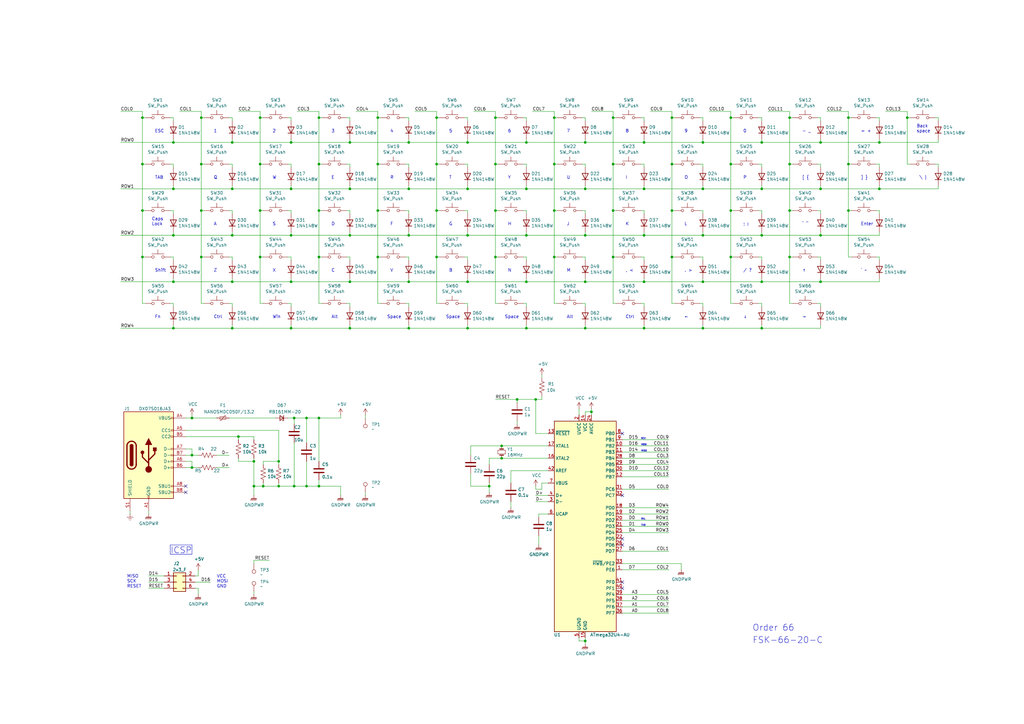
<source format=kicad_sch>
(kicad_sch (version 20231120) (generator "eeschema") (generator_version "8.0")
  (paper "A3")
  (title_block (title "66 Keys keyboard") (date "2024-05-19") (rev "2.0") (company "Toms"))
  (junction (at 275.59 86.36))
  (junction (at 95.25 96.52))
  (junction (at 191.77 134.62))
  (junction (at 264.16 115.57))
  (junction (at 215.9 96.52))
  (junction (at 264.16 58.42))
  (junction (at 154.94 48.26))
  (junction (at 336.55 96.52))
  (junction (at 203.2 105.41))
  (junction (at 71.12 58.42))
  (junction (at 275.59 67.31))
  (junction (at 71.12 115.57))
  (junction (at 130.81 48.26))
  (junction (at 143.51 58.42))
  (junction (at 71.12 77.47))
  (junction (at 78.74 171.45))
  (junction (at 264.16 96.52))
  (junction (at 264.16 134.62))
  (junction (at 323.85 86.36))
  (junction (at 240.03 77.47))
  (junction (at 251.46 48.26))
  (junction (at 125.73 171.45))
  (junction (at 200.66 199.39))
  (junction (at 82.55 67.31))
  (junction (at 119.38 58.42))
  (junction (at 360.68 58.42))
  (junction (at 227.33 67.31))
  (junction (at 154.94 86.36))
  (junction (at 240.03 115.57))
  (junction (at 58.42 105.41))
  (junction (at 78.74 186.69))
  (junction (at 179.07 105.41))
  (junction (at 82.55 48.26))
  (junction (at 242.57 168.91))
  (junction (at 119.38 96.52))
  (junction (at 82.55 105.41))
  (junction (at 288.29 96.52))
  (junction (at 191.77 115.57))
  (junction (at 191.77 58.42))
  (junction (at 95.25 134.62))
  (junction (at 82.55 86.36))
  (junction (at 58.42 86.36))
  (junction (at 240.03 262.89))
  (junction (at 251.46 67.31))
  (junction (at 143.51 96.52))
  (junction (at 240.03 134.62))
  (junction (at 119.38 115.57))
  (junction (at 275.59 48.26))
  (junction (at 312.42 58.42))
  (junction (at 154.94 67.31))
  (junction (at 95.25 58.42))
  (junction (at 240.03 58.42))
  (junction (at 372.11 48.26))
  (junction (at 205.74 187.96))
  (junction (at 215.9 115.57))
  (junction (at 119.38 77.47))
  (junction (at 227.33 105.41))
  (junction (at 299.72 67.31))
  (junction (at 215.9 134.62))
  (junction (at 203.2 48.26))
  (junction (at 323.85 105.41))
  (junction (at 130.81 105.41))
  (junction (at 312.42 96.52))
  (junction (at 347.98 86.36))
  (junction (at 299.72 105.41))
  (junction (at 219.71 163.83))
  (junction (at 288.29 134.62))
  (junction (at 143.51 134.62))
  (junction (at 95.25 77.47))
  (junction (at 143.51 77.47))
  (junction (at 179.07 86.36))
  (junction (at 179.07 67.31))
  (junction (at 288.29 115.57))
  (junction (at 312.42 77.47))
  (junction (at 95.25 115.57))
  (junction (at 336.55 115.57))
  (junction (at 336.55 58.42))
  (junction (at 212.09 163.83))
  (junction (at 143.51 115.57))
  (junction (at 167.64 58.42))
  (junction (at 205.74 182.88))
  (junction (at 360.68 77.47))
  (junction (at 119.38 134.62))
  (junction (at 71.12 96.52))
  (junction (at 106.68 48.26))
  (junction (at 97.79 179.07))
  (junction (at 120.65 199.39))
  (junction (at 78.74 191.77))
  (junction (at 288.29 58.42))
  (junction (at 251.46 86.36))
  (junction (at 275.59 105.41))
  (junction (at 167.64 77.47))
  (junction (at 106.68 67.31))
  (junction (at 167.64 134.62))
  (junction (at 323.85 67.31))
  (junction (at 130.81 171.45))
  (junction (at 323.85 48.26))
  (junction (at 154.94 105.41))
  (junction (at 179.07 48.26))
  (junction (at 104.14 189.23))
  (junction (at 227.33 48.26))
  (junction (at 104.14 199.39))
  (junction (at 130.81 199.39))
  (junction (at 312.42 134.62))
  (junction (at 299.72 48.26))
  (junction (at 167.64 115.57))
  (junction (at 215.9 58.42))
  (junction (at 347.98 48.26))
  (junction (at 312.42 115.57))
  (junction (at 203.2 67.31))
  (junction (at 130.81 86.36))
  (junction (at 58.42 67.31))
  (junction (at 107.95 199.39))
  (junction (at 251.46 105.41))
  (junction (at 106.68 86.36))
  (junction (at 299.72 86.36))
  (junction (at 264.16 77.47))
  (junction (at 336.55 77.47))
  (junction (at 58.42 48.26))
  (junction (at 106.68 105.41))
  (junction (at 203.2 86.36))
  (junction (at 240.03 96.52))
  (junction (at 191.77 96.52))
  (junction (at 227.33 86.36))
  (junction (at 167.64 96.52))
  (junction (at 120.65 171.45))
  (junction (at 114.3 189.23))
  (junction (at 191.77 77.47))
  (junction (at 347.98 67.31))
  (junction (at 125.73 199.39))
  (junction (at 114.3 199.39))
  (junction (at 215.9 77.47))
  (junction (at 71.12 134.62))
  (junction (at 288.29 77.47))
  (junction (at 130.81 67.31))
  (no_connect (at 76.2 199.39))
  (no_connect (at 255.27 177.8))
  (no_connect (at 255.27 220.98))
  (no_connect (at 255.27 238.76))
  (no_connect (at 255.27 223.52))
  (no_connect (at 76.2 201.93))
  (no_connect (at 255.27 203.2))
  (no_connect (at 255.27 241.3))
  (wire (pts (xy 299.72 105.41) (xy 299.72 124.46)))
  (wire (pts (xy 215.9 114.3) (xy 215.9 115.57)))
  (wire (pts (xy 299.72 67.31) (xy 299.72 86.36)))
  (wire (pts (xy 69.85 48.26) (xy 71.12 48.26)))
  (wire (pts (xy 191.77 134.62) (xy 167.64 134.62)))
  (wire (pts (xy 81.28 233.68) (xy 81.28 236.22)))
  (wire (pts (xy 336.55 105.41) (xy 336.55 106.68)))
  (wire (pts (xy 224.79 210.82) (xy 220.98 210.82)))
  (wire (pts (xy 287.02 105.41) (xy 288.29 105.41)))
  (wire (pts (xy 288.29 124.46) (xy 288.29 125.73)))
  (wire (pts (xy 287.02 67.31) (xy 288.29 67.31)))
  (wire (pts (xy 251.46 86.36) (xy 251.46 105.41)))
  (wire (pts (xy 347.98 67.31) (xy 347.98 86.36)))
  (wire (pts (xy 71.12 114.3) (xy 71.12 115.57)))
  (wire (pts (xy 82.55 48.26) (xy 82.55 67.31)))
  (wire (pts (xy 222.25 162.56) (xy 222.25 163.83)))
  (wire (pts (xy 58.42 67.31) (xy 58.42 86.36)))
  (wire (pts (xy 240.03 168.91) (xy 240.03 170.18)))
  (wire (pts (xy 143.51 58.42) (xy 119.38 58.42)))
  (wire (pts (xy 191.77 77.47) (xy 215.9 77.47)))
  (wire (pts (xy 288.29 95.25) (xy 288.29 96.52)))
  (wire (pts (xy 95.25 124.46) (xy 95.25 125.73)))
  (wire (pts (xy 264.16 77.47) (xy 288.29 77.47)))
  (wire (pts (xy 107.95 199.39) (xy 107.95 198.12)))
  (wire (pts (xy 275.59 48.26) (xy 275.59 67.31)))
  (wire (pts (xy 312.42 67.31) (xy 312.42 68.58)))
  (wire (pts (xy 203.2 45.72) (xy 194.31 45.72)))
  (wire (pts (xy 325.12 124.46) (xy 323.85 124.46)))
  (wire (pts (xy 300.99 105.41) (xy 299.72 105.41)))
  (wire (pts (xy 143.51 67.31) (xy 143.51 68.58)))
  (wire (pts (xy 276.86 67.31) (xy 275.59 67.31)))
  (wire (pts (xy 349.25 67.31) (xy 347.98 67.31)))
  (wire (pts (xy 179.07 45.72) (xy 179.07 48.26)))
  (wire (pts (xy 336.55 114.3) (xy 336.55 115.57)))
  (wire (pts (xy 143.51 124.46) (xy 143.51 125.73)))
  (wire (pts (xy 238.76 86.36) (xy 240.03 86.36)))
  (wire (pts (xy 190.5 124.46) (xy 191.77 124.46)))
  (wire (pts (xy 205.74 187.96) (xy 224.79 187.96)))
  (wire (pts (xy 323.85 105.41) (xy 323.85 124.46)))
  (wire (pts (xy 335.28 86.36) (xy 336.55 86.36)))
  (wire (pts (xy 264.16 86.36) (xy 264.16 87.63)))
  (wire (pts (xy 264.16 134.62) (xy 240.03 134.62)))
  (wire (pts (xy 167.64 57.15) (xy 167.64 58.42)))
  (wire (pts (xy 200.66 187.96) (xy 205.74 187.96)))
  (wire (pts (xy 360.68 115.57) (xy 336.55 115.57)))
  (wire (pts (xy 143.51 48.26) (xy 143.51 49.53)))
  (wire (pts (xy 69.85 124.46) (xy 71.12 124.46)))
  (wire (pts (xy 95.25 134.62) (xy 71.12 134.62)))
  (wire (pts (xy 130.81 171.45) (xy 130.81 189.23)))
  (wire (pts (xy 69.85 86.36) (xy 71.12 86.36)))
  (wire (pts (xy 275.59 67.31) (xy 275.59 86.36)))
  (wire (pts (xy 93.98 124.46) (xy 95.25 124.46)))
  (wire (pts (xy 130.81 48.26) (xy 130.81 67.31)))
  (wire (pts (xy 255.27 231.14) (xy 279.4 231.14)))
  (wire (pts (xy 114.3 189.23) (xy 114.3 190.5)))
  (wire (pts (xy 360.68 48.26) (xy 360.68 49.53)))
  (wire (pts (xy 219.71 205.74) (xy 224.79 205.74)))
  (wire (pts (xy 312.42 95.25) (xy 312.42 96.52)))
  (wire (pts (xy 193.04 199.39) (xy 193.04 194.31)))
  (wire (pts (xy 204.47 86.36) (xy 203.2 86.36)))
  (wire (pts (xy 83.82 67.31) (xy 82.55 67.31)))
  (wire (pts (xy 203.2 105.41) (xy 203.2 124.46)))
  (wire (pts (xy 288.29 58.42) (xy 264.16 58.42)))
  (wire (pts (xy 107.95 86.36) (xy 106.68 86.36)))
  (wire (pts (xy 336.55 124.46) (xy 336.55 125.73)))
  (wire (pts (xy 336.55 133.35) (xy 336.55 134.62)))
  (wire (pts (xy 118.11 86.36) (xy 119.38 86.36)))
  (wire (pts (xy 323.85 45.72) (xy 323.85 48.26)))
  (wire (pts (xy 227.33 48.26) (xy 227.33 67.31)))
  (wire (pts (xy 191.77 86.36) (xy 191.77 87.63)))
  (polyline (pts (xy 78.74 227.33) (xy 78.74 223.52)) (stroke (width 0) (type solid)))
  (wire (pts (xy 193.04 199.39) (xy 200.66 199.39)))
  (wire (pts (xy 219.71 177.8) (xy 224.79 177.8)))
  (wire (pts (xy 106.68 86.36) (xy 106.68 105.41)))
  (wire (pts (xy 180.34 124.46) (xy 179.07 124.46)))
  (wire (pts (xy 107.95 48.26) (xy 106.68 48.26)))
  (wire (pts (xy 325.12 67.31) (xy 323.85 67.31)))
  (wire (pts (xy 191.77 124.46) (xy 191.77 125.73)))
  (wire (pts (xy 312.42 133.35) (xy 312.42 134.62)))
  (wire (pts (xy 323.85 45.72) (xy 314.96 45.72)))
  (wire (pts (xy 227.33 86.36) (xy 227.33 105.41)))
  (wire (pts (xy 312.42 77.47) (xy 288.29 77.47)))
  (wire (pts (xy 81.28 186.69) (xy 78.74 186.69)))
  (wire (pts (xy 288.29 67.31) (xy 288.29 68.58)))
  (wire (pts (xy 167.64 77.47) (xy 191.77 77.47)))
  (wire (pts (xy 238.76 124.46) (xy 240.03 124.46)))
  (wire (pts (xy 335.28 67.31) (xy 336.55 67.31)))
  (wire (pts (xy 60.96 209.55) (xy 60.96 210.82)))
  (wire (pts (xy 118.11 67.31) (xy 119.38 67.31)))
  (wire (pts (xy 118.11 171.45) (xy 120.65 171.45)))
  (wire (pts (xy 78.74 171.45) (xy 76.2 171.45)))
  (wire (pts (xy 252.73 67.31) (xy 251.46 67.31)))
  (wire (pts (xy 179.07 105.41) (xy 179.07 124.46)))
  (wire (pts (xy 240.03 58.42) (xy 215.9 58.42)))
  (wire (pts (xy 299.72 45.72) (xy 299.72 48.26)))
  (wire (pts (xy 97.79 189.23) (xy 97.79 187.96)))
  (wire (pts (xy 83.82 48.26) (xy 82.55 48.26)))
  (wire (pts (xy 95.25 58.42) (xy 71.12 58.42)))
  (wire (pts (xy 143.51 95.25) (xy 143.51 96.52)))
  (wire (pts (xy 118.11 124.46) (xy 119.38 124.46)))
  (wire (pts (xy 167.64 105.41) (xy 167.64 106.68)))
  (wire (pts (xy 139.7 199.39) (xy 130.81 199.39)))
  (wire (pts (xy 311.15 124.46) (xy 312.42 124.46)))
  (wire (pts (xy 312.42 124.46) (xy 312.42 125.73)))
  (wire (pts (xy 132.08 124.46) (xy 130.81 124.46)))
  (wire (pts (xy 240.03 95.25) (xy 240.03 96.52)))
  (wire (pts (xy 119.38 58.42) (xy 95.25 58.42)))
  (wire (pts (xy 143.51 77.47) (xy 167.64 77.47)))
  (wire (pts (xy 130.81 105.41) (xy 130.81 124.46)))
  (wire (pts (xy 166.37 86.36) (xy 167.64 86.36)))
  (wire (pts (xy 242.57 168.91) (xy 242.57 167.64)))
  (wire (pts (xy 240.03 105.41) (xy 240.03 106.68)))
  (wire (pts (xy 167.64 95.25) (xy 167.64 96.52)))
  (wire (pts (xy 143.51 133.35) (xy 143.51 134.62)))
  (wire (pts (xy 95.25 95.25) (xy 95.25 96.52)))
  (wire (pts (xy 104.14 229.87) (xy 110.49 229.87)))
  (wire (pts (xy 312.42 96.52) (xy 288.29 96.52)))
  (wire (pts (xy 59.69 105.41) (xy 58.42 105.41)))
  (wire (pts (xy 372.11 67.31) (xy 372.11 48.26)))
  (wire (pts (xy 360.68 58.42) (xy 336.55 58.42)))
  (wire (pts (xy 215.9 124.46) (xy 215.9 125.73)))
  (wire (pts (xy 78.74 191.77) (xy 81.28 191.77)))
  (wire (pts (xy 288.29 96.52) (xy 264.16 96.52)))
  (wire (pts (xy 312.42 58.42) (xy 288.29 58.42)))
  (wire (pts (xy 93.98 48.26) (xy 95.25 48.26)))
  (wire (pts (xy 279.4 233.68) (xy 279.4 231.14)))
  (wire (pts (xy 95.25 115.57) (xy 119.38 115.57)))
  (wire (pts (xy 156.21 86.36) (xy 154.94 86.36)))
  (wire (pts (xy 240.03 168.91) (xy 242.57 168.91)))
  (wire (pts (xy 104.14 189.23) (xy 97.79 189.23)))
  (wire (pts (xy 130.81 45.72) (xy 130.81 48.26)))
  (wire (pts (xy 139.7 171.45) (xy 130.81 171.45)))
  (wire (pts (xy 203.2 45.72) (xy 203.2 48.26)))
  (wire (pts (xy 227.33 45.72) (xy 227.33 48.26)))
  (wire (pts (xy 227.33 67.31) (xy 227.33 86.36)))
  (wire (pts (xy 60.96 236.22) (xy 67.31 236.22)))
  (wire (pts (xy 255.27 187.96) (xy 274.32 187.96)))
  (wire (pts (xy 347.98 45.72) (xy 339.09 45.72)))
  (wire (pts (xy 214.63 105.41) (xy 215.9 105.41)))
  (wire (pts (xy 238.76 48.26) (xy 240.03 48.26)))
  (wire (pts (xy 255.27 215.9) (xy 274.32 215.9)))
  (wire (pts (xy 83.82 86.36) (xy 82.55 86.36)))
  (wire (pts (xy 191.77 105.41) (xy 191.77 106.68)))
  (wire (pts (xy 167.64 96.52) (xy 143.51 96.52)))
  (wire (pts (xy 255.27 210.82) (xy 274.32 210.82)))
  (wire (pts (xy 203.2 86.36) (xy 203.2 105.41)))
  (wire (pts (xy 83.82 105.41) (xy 82.55 105.41)))
  (wire (pts (xy 167.64 115.57) (xy 191.77 115.57)))
  (wire (pts (xy 264.16 67.31) (xy 264.16 68.58)))
  (wire (pts (xy 360.68 114.3) (xy 360.68 115.57)))
  (wire (pts (xy 95.25 133.35) (xy 95.25 134.62)))
  (wire (pts (xy 118.11 105.41) (xy 119.38 105.41)))
  (wire (pts (xy 251.46 45.72) (xy 251.46 48.26)))
  (wire (pts (xy 167.64 134.62) (xy 143.51 134.62)))
  (wire (pts (xy 60.96 241.3) (xy 67.31 241.3)))
  (wire (pts (xy 143.51 114.3) (xy 143.51 115.57)))
  (wire (pts (xy 288.29 133.35) (xy 288.29 134.62)))
  (wire (pts (xy 214.63 86.36) (xy 215.9 86.36)))
  (wire (pts (xy 104.14 199.39) (xy 107.95 199.39)))
  (wire (pts (xy 142.24 67.31) (xy 143.51 67.31)))
  (wire (pts (xy 214.63 67.31) (xy 215.9 67.31)))
  (wire (pts (xy 311.15 67.31) (xy 312.42 67.31)))
  (wire (pts (xy 323.85 86.36) (xy 323.85 105.41)))
  (wire (pts (xy 255.27 213.36) (xy 274.32 213.36)))
  (wire (pts (xy 119.38 86.36) (xy 119.38 87.63)))
  (wire (pts (xy 104.14 179.07) (xy 104.14 180.34)))
  (wire (pts (xy 215.9 86.36) (xy 215.9 87.63)))
  (wire (pts (xy 215.9 48.26) (xy 215.9 49.53)))
  (wire (pts (xy 347.98 48.26) (xy 347.98 67.31)))
  (wire (pts (xy 240.03 134.62) (xy 215.9 134.62)))
  (wire (pts (xy 78.74 170.18) (xy 78.74 171.45)))
  (wire (pts (xy 58.42 86.36) (xy 58.42 105.41)))
  (wire (pts (xy 82.55 105.41) (xy 82.55 124.46)))
  (wire (pts (xy 209.55 193.04) (xy 209.55 198.12)))
  (wire (pts (xy 228.6 124.46) (xy 227.33 124.46)))
  (wire (pts (xy 191.77 58.42) (xy 167.64 58.42)))
  (wire (pts (xy 300.99 124.46) (xy 299.72 124.46)))
  (wire (pts (xy 125.73 181.61) (xy 125.73 171.45)))
  (wire (pts (xy 238.76 67.31) (xy 240.03 67.31)))
  (wire (pts (xy 325.12 48.26) (xy 323.85 48.26)))
  (wire (pts (xy 255.27 243.84) (xy 274.32 243.84)))
  (wire (pts (xy 325.12 105.41) (xy 323.85 105.41)))
  (wire (pts (xy 264.16 57.15) (xy 264.16 58.42)))
  (wire (pts (xy 142.24 105.41) (xy 143.51 105.41)))
  (wire (pts (xy 373.38 48.26) (xy 372.11 48.26)))
  (wire (pts (xy 167.64 76.2) (xy 167.64 77.47)))
  (wire (pts (xy 255.27 248.92) (xy 274.32 248.92)))
  (wire (pts (xy 215.9 115.57) (xy 240.03 115.57)))
  (wire (pts (xy 255.27 182.88) (xy 274.32 182.88)))
  (wire (pts (xy 349.25 86.36) (xy 347.98 86.36)))
  (wire (pts (xy 143.51 57.15) (xy 143.51 58.42)))
  (wire (pts (xy 142.24 48.26) (xy 143.51 48.26)))
  (wire (pts (xy 143.51 105.41) (xy 143.51 106.68)))
  (wire (pts (xy 71.12 124.46) (xy 71.12 125.73)))
  (wire (pts (xy 360.68 58.42) (xy 384.81 58.42)))
  (wire (pts (xy 71.12 77.47) (xy 95.25 77.47)))
  (wire (pts (xy 95.25 76.2) (xy 95.25 77.47)))
  (wire (pts (xy 83.82 124.46) (xy 82.55 124.46)))
  (wire (pts (xy 251.46 105.41) (xy 251.46 124.46)))
  (wire (pts (xy 240.03 96.52) (xy 215.9 96.52)))
  (wire (pts (xy 179.07 48.26) (xy 179.07 67.31)))
  (wire (pts (xy 71.12 48.26) (xy 71.12 49.53)))
  (wire (pts (xy 166.37 67.31) (xy 167.64 67.31)))
  (wire (pts (xy 255.27 195.58) (xy 274.32 195.58)))
  (wire (pts (xy 262.89 67.31) (xy 264.16 67.31)))
  (wire (pts (xy 360.68 95.25) (xy 360.68 96.52)))
  (wire (pts (xy 95.25 57.15) (xy 95.25 58.42)))
  (wire (pts (xy 360.68 86.36) (xy 360.68 87.63)))
  (wire (pts (xy 58.42 45.72) (xy 49.53 45.72)))
  (wire (pts (xy 191.77 57.15) (xy 191.77 58.42)))
  (wire (pts (xy 240.03 67.31) (xy 240.03 68.58)))
  (wire (pts (xy 240.03 57.15) (xy 240.03 58.42)))
  (wire (pts (xy 288.29 76.2) (xy 288.29 77.47)))
  (wire (pts (xy 360.68 57.15) (xy 360.68 58.42)))
  (wire (pts (xy 264.16 105.41) (xy 264.16 106.68)))
  (wire (pts (xy 214.63 124.46) (xy 215.9 124.46)))
  (wire (pts (xy 311.15 105.41) (xy 312.42 105.41)))
  (wire (pts (xy 204.47 67.31) (xy 203.2 67.31)))
  (wire (pts (xy 209.55 208.28) (xy 209.55 205.74)))
  (wire (pts (xy 359.41 86.36) (xy 360.68 86.36)))
  (wire (pts (xy 114.3 198.12) (xy 114.3 199.39)))
  (wire (pts (xy 166.37 48.26) (xy 167.64 48.26)))
  (wire (pts (xy 180.34 48.26) (xy 179.07 48.26)))
  (wire (pts (xy 336.55 115.57) (xy 312.42 115.57)))
  (wire (pts (xy 143.51 96.52) (xy 119.38 96.52)))
  (wire (pts (xy 132.08 86.36) (xy 130.81 86.36)))
  (wire (pts (xy 264.16 96.52) (xy 240.03 96.52)))
  (wire (pts (xy 264.16 133.35) (xy 264.16 134.62)))
  (wire (pts (xy 59.69 124.46) (xy 58.42 124.46)))
  (wire (pts (xy 276.86 86.36) (xy 275.59 86.36)))
  (wire (pts (xy 95.25 86.36) (xy 95.25 87.63)))
  (wire (pts (xy 58.42 105.41) (xy 58.42 124.46)))
  (wire (pts (xy 88.9 191.77) (xy 93.98 191.77)))
  (wire (pts (xy 242.57 168.91) (xy 242.57 170.18)))
  (polyline (pts (xy 78.74 223.52) (xy 69.85 223.52)) (stroke (width 0) (type solid)))
  (wire (pts (xy 312.42 57.15) (xy 312.42 58.42)))
  (wire (pts (xy 335.28 48.26) (xy 336.55 48.26)))
  (wire (pts (xy 299.72 45.72) (xy 290.83 45.72)))
  (wire (pts (xy 275.59 105.41) (xy 275.59 124.46)))
  (wire (pts (xy 255.27 185.42) (xy 274.32 185.42)))
  (wire (pts (xy 104.14 189.23) (xy 104.14 199.39)))
  (wire (pts (xy 240.03 124.46) (xy 240.03 125.73)))
  (wire (pts (xy 203.2 163.83) (xy 212.09 163.83)))
  (wire (pts (xy 81.28 243.84) (xy 81.28 241.3)))
  (wire (pts (xy 120.65 181.61) (xy 120.65 199.39)))
  (wire (pts (xy 119.38 96.52) (xy 95.25 96.52)))
  (wire (pts (xy 119.38 124.46) (xy 119.38 125.73)))
  (wire (pts (xy 119.38 67.31) (xy 119.38 68.58)))
  (wire (pts (xy 106.68 67.31) (xy 106.68 86.36)))
  (wire (pts (xy 276.86 105.41) (xy 275.59 105.41)))
  (wire (pts (xy 120.65 171.45) (xy 125.73 171.45)))
  (wire (pts (xy 200.66 198.12) (xy 200.66 199.39)))
  (wire (pts (xy 190.5 86.36) (xy 191.77 86.36)))
  (wire (pts (xy 69.85 105.41) (xy 71.12 105.41)))
  (wire (pts (xy 132.08 48.26) (xy 130.81 48.26)))
  (wire (pts (xy 228.6 86.36) (xy 227.33 86.36)))
  (wire (pts (xy 58.42 45.72) (xy 58.42 48.26)))
  (wire (pts (xy 262.89 48.26) (xy 264.16 48.26)))
  (wire (pts (xy 119.38 115.57) (xy 143.51 115.57)))
  (wire (pts (xy 349.25 105.41) (xy 347.98 105.41)))
  (wire (pts (xy 107.95 124.46) (xy 106.68 124.46)))
  (wire (pts (xy 240.03 115.57) (xy 264.16 115.57)))
  (wire (pts (xy 78.74 184.15) (xy 78.74 186.69)))
  (wire (pts (xy 215.9 57.15) (xy 215.9 58.42)))
  (wire (pts (xy 336.55 86.36) (xy 336.55 87.63)))
  (wire (pts (xy 288.29 105.41) (xy 288.29 106.68)))
  (wire (pts (xy 125.73 199.39) (xy 130.81 199.39)))
  (wire (pts (xy 252.73 124.46) (xy 251.46 124.46)))
  (wire (pts (xy 359.41 105.41) (xy 360.68 105.41)))
  (wire (pts (xy 383.54 67.31) (xy 384.81 67.31)))
  (wire (pts (xy 219.71 200.66) (xy 219.71 199.39)))
  (wire (pts (xy 276.86 48.26) (xy 275.59 48.26)))
  (wire (pts (xy 228.6 67.31) (xy 227.33 67.31)))
  (wire (pts (xy 312.42 114.3) (xy 312.42 115.57)))
  (wire (pts (xy 156.21 48.26) (xy 154.94 48.26)))
  (wire (pts (xy 336.55 76.2) (xy 336.55 77.47)))
  (wire (pts (xy 167.64 67.31) (xy 167.64 68.58)))
  (wire (pts (xy 212.09 165.1) (xy 212.09 163.83)))
  (wire (pts (xy 349.25 48.26) (xy 347.98 48.26)))
  (wire (pts (xy 82.55 45.72) (xy 73.66 45.72)))
  (wire (pts (xy 288.29 86.36) (xy 288.29 87.63)))
  (wire (pts (xy 82.55 67.31) (xy 82.55 86.36)))
  (wire (pts (xy 166.37 105.41) (xy 167.64 105.41)))
  (wire (pts (xy 219.71 163.83) (xy 219.71 177.8)))
  (wire (pts (xy 275.59 45.72) (xy 275.59 48.26)))
  (wire (pts (xy 336.55 96.52) (xy 312.42 96.52)))
  (wire (pts (xy 107.95 67.31) (xy 106.68 67.31)))
  (wire (pts (xy 383.54 48.26) (xy 384.81 48.26)))
  (wire (pts (xy 215.9 58.42) (xy 191.77 58.42)))
  (wire (pts (xy 335.28 105.41) (xy 336.55 105.41)))
  (wire (pts (xy 119.38 114.3) (xy 119.38 115.57)))
  (wire (pts (xy 360.68 77.47) (xy 336.55 77.47)))
  (wire (pts (xy 215.9 134.62) (xy 191.77 134.62)))
  (wire (pts (xy 71.12 115.57) (xy 49.53 115.57)))
  (wire (pts (xy 360.68 67.31) (xy 360.68 68.58)))
  (wire (pts (xy 106.68 105.41) (xy 106.68 124.46)))
  (wire (pts (xy 190.5 105.41) (xy 191.77 105.41)))
  (wire (pts (xy 130.81 199.39) (xy 130.81 196.85)))
  (wire (pts (xy 119.38 134.62) (xy 95.25 134.62)))
  (wire (pts (xy 191.77 67.31) (xy 191.77 68.58)))
  (wire (pts (xy 179.07 45.72) (xy 170.18 45.72)))
  (wire (pts (xy 59.69 48.26) (xy 58.42 48.26)))
  (wire (pts (xy 139.7 199.39) (xy 139.7 203.2)))
  (wire (pts (xy 238.76 105.41) (xy 240.03 105.41)))
  (wire (pts (xy 95.25 96.52) (xy 71.12 96.52)))
  (wire (pts (xy 179.07 67.31) (xy 179.07 86.36)))
  (wire (pts (xy 240.03 114.3) (xy 240.03 115.57)))
  (wire (pts (xy 252.73 105.41) (xy 251.46 105.41)))
  (wire (pts (xy 104.14 187.96) (xy 104.14 189.23)))
  (wire (pts (xy 78.74 186.69) (xy 76.2 186.69)))
  (wire (pts (xy 204.47 48.26) (xy 203.2 48.26)))
  (wire (pts (xy 288.29 57.15) (xy 288.29 58.42)))
  (wire (pts (xy 154.94 86.36) (xy 154.94 105.41)))
  (wire (pts (xy 288.29 134.62) (xy 264.16 134.62)))
  (wire (pts (xy 215.9 95.25) (xy 215.9 96.52)))
  (wire (pts (xy 359.41 67.31) (xy 360.68 67.31)))
  (wire (pts (xy 78.74 191.77) (xy 76.2 191.77)))
  (wire (pts (xy 360.68 105.41) (xy 360.68 106.68)))
  (wire (pts (xy 82.55 86.36) (xy 82.55 105.41)))
  (wire (pts (xy 384.81 48.26) (xy 384.81 49.53)))
  (wire (pts (xy 275.59 45.72) (xy 266.7 45.72)))
  (wire (pts (xy 180.34 67.31) (xy 179.07 67.31)))
  (wire (pts (xy 240.03 133.35) (xy 240.03 134.62)))
  (wire (pts (xy 264.16 48.26) (xy 264.16 49.53)))
  (wire (pts (xy 255.27 193.04) (xy 274.32 193.04)))
  (wire (pts (xy 227.33 45.72) (xy 218.44 45.72)))
  (wire (pts (xy 287.02 124.46) (xy 288.29 124.46)))
  (wire (pts (xy 264.16 76.2) (xy 264.16 77.47)))
  (wire (pts (xy 93.98 105.41) (xy 95.25 105.41)))
  (wire (pts (xy 156.21 105.41) (xy 154.94 105.41)))
  (wire (pts (xy 154.94 67.31) (xy 154.94 86.36)))
  (wire (pts (xy 237.49 167.64) (xy 237.49 170.18)))
  (wire (pts (xy 59.69 86.36) (xy 58.42 86.36)))
  (wire (pts (xy 228.6 105.41) (xy 227.33 105.41)))
  (wire (pts (xy 300.99 67.31) (xy 299.72 67.31)))
  (wire (pts (xy 81.28 236.22) (xy 80.01 236.22)))
  (wire (pts (xy 222.25 163.83) (xy 219.71 163.83)))
  (wire (pts (xy 240.03 48.26) (xy 240.03 49.53)))
  (wire (pts (xy 312.42 105.41) (xy 312.42 106.68)))
  (wire (pts (xy 120.65 199.39) (xy 114.3 199.39)))
  (wire (pts (xy 71.12 134.62) (xy 49.53 134.62)))
  (wire (pts (xy 222.25 198.12) (xy 222.25 200.66)))
  (wire (pts (xy 255.27 180.34) (xy 274.32 180.34)))
  (polyline (pts (xy 69.85 227.33) (xy 78.74 227.33)) (stroke (width 0) (type solid)))
  (wire (pts (xy 222.25 200.66) (xy 219.71 200.66)))
  (wire (pts (xy 311.15 86.36) (xy 312.42 86.36)))
  (wire (pts (xy 119.38 57.15) (xy 119.38 58.42)))
  (wire (pts (xy 119.38 77.47) (xy 143.51 77.47)))
  (wire (pts (xy 323.85 48.26) (xy 323.85 67.31)))
  (wire (pts (xy 143.51 115.57) (xy 167.64 115.57)))
  (wire (pts (xy 76.2 176.53) (xy 114.3 176.53)))
  (wire (pts (xy 372.11 45.72) (xy 372.11 48.26)))
  (wire (pts (xy 69.85 67.31) (xy 71.12 67.31)))
  (wire (pts (xy 130.81 45.72) (xy 121.92 45.72)))
  (wire (pts (xy 191.77 96.52) (xy 167.64 96.52)))
  (wire (pts (xy 106.68 48.26) (xy 106.68 67.31)))
  (wire (pts (xy 107.95 189.23) (xy 114.3 189.23)))
  (wire (pts (xy 119.38 76.2) (xy 119.38 77.47)))
  (wire (pts (xy 219.71 203.2) (xy 224.79 203.2)))
  (wire (pts (xy 203.2 67.31) (xy 203.2 86.36)))
  (wire (pts (xy 95.25 105.41) (xy 95.25 106.68)))
  (wire (pts (xy 311.15 48.26) (xy 312.42 48.26)))
  (wire (pts (xy 384.81 76.2) (xy 384.81 77.47)))
  (wire (pts (xy 373.38 67.31) (xy 372.11 67.31)))
  (wire (pts (xy 336.55 48.26) (xy 336.55 49.53)))
  (wire (pts (xy 71.12 58.42) (xy 49.53 58.42)))
  (wire (pts (xy 240.03 261.62) (xy 240.03 262.89)))
  (wire (pts (xy 359.41 48.26) (xy 360.68 48.26)))
  (wire (pts (xy 215.9 133.35) (xy 215.9 134.62)))
  (wire (pts (xy 255.27 251.46) (xy 274.32 251.46)))
  (wire (pts (xy 132.08 67.31) (xy 130.81 67.31)))
  (wire (pts (xy 107.95 190.5) (xy 107.95 189.23)))
  (wire (pts (xy 264.16 124.46) (xy 264.16 125.73)))
  (wire (pts (xy 167.64 133.35) (xy 167.64 134.62)))
  (wire (pts (xy 60.96 238.76) (xy 67.31 238.76)))
  (wire (pts (xy 237.49 262.89) (xy 237.49 261.62)))
  (wire (pts (xy 228.6 48.26) (xy 227.33 48.26)))
  (wire (pts (xy 125.73 171.45) (xy 130.81 171.45)))
  (wire (pts (xy 149.86 170.18) (xy 149.86 171.45)))
  (wire (pts (xy 215.9 105.41) (xy 215.9 106.68)))
  (wire (pts (xy 204.47 105.41) (xy 203.2 105.41)))
  (wire (pts (xy 262.89 124.46) (xy 264.16 124.46)))
  (wire (pts (xy 71.12 115.57) (xy 95.25 115.57)))
  (wire (pts (xy 240.03 77.47) (xy 264.16 77.47)))
  (wire (pts (xy 215.9 77.47) (xy 240.03 77.47)))
  (wire (pts (xy 200.66 187.96) (xy 200.66 190.5)))
  (wire (pts (xy 191.77 95.25) (xy 191.77 96.52)))
  (wire (pts (xy 143.51 76.2) (xy 143.51 77.47)))
  (wire (pts (xy 240.03 86.36) (xy 240.03 87.63)))
  (wire (pts (xy 347.98 86.36) (xy 347.98 105.41)))
  (wire (pts (xy 119.38 133.35) (xy 119.38 134.62)))
  (wire (pts (xy 212.09 163.83) (xy 219.71 163.83)))
  (wire (pts (xy 104.14 199.39) (xy 104.14 203.2)))
  (wire (pts (xy 193.04 182.88) (xy 193.04 186.69)))
  (wire (pts (xy 200.66 199.39) (xy 200.66 201.93)))
  (wire (pts (xy 120.65 171.45) (xy 120.65 173.99)))
  (wire (pts (xy 191.77 48.26) (xy 191.77 49.53)))
  (wire (pts (xy 167.64 58.42) (xy 143.51 58.42)))
  (wire (pts (xy 312.42 76.2) (xy 312.42 77.47)))
  (wire (pts (xy 167.64 86.36) (xy 167.64 87.63)))
  (wire (pts (xy 288.29 114.3) (xy 288.29 115.57)))
  (wire (pts (xy 191.77 114.3) (xy 191.77 115.57)))
  (wire (pts (xy 97.79 179.07) (xy 104.14 179.07)))
  (wire (pts (xy 143.51 134.62) (xy 119.38 134.62)))
  (wire (pts (xy 336.55 77.47) (xy 312.42 77.47)))
  (wire (pts (xy 82.55 45.72) (xy 82.55 48.26)))
  (wire (pts (xy 255.27 246.38) (xy 274.32 246.38)))
  (wire (pts (xy 80.01 238.76) (xy 86.36 238.76)))
  (wire (pts (xy 323.85 67.31) (xy 323.85 86.36)))
  (wire (pts (xy 71.12 76.2) (xy 71.12 77.47)))
  (wire (pts (xy 119.38 105.41) (xy 119.38 106.68)))
  (wire (pts (xy 78.74 189.23) (xy 78.74 191.77)))
  (wire (pts (xy 299.72 48.26) (xy 299.72 67.31)))
  (wire (pts (xy 205.74 182.88) (xy 224.79 182.88)))
  (wire (pts (xy 255.27 200.66) (xy 274.32 200.66)))
  (wire (pts (xy 300.99 86.36) (xy 299.72 86.36)))
  (wire (pts (xy 193.04 182.88) (xy 205.74 182.88)))
  (wire (pts (xy 156.21 67.31) (xy 154.94 67.31)))
  (wire (pts (xy 204.47 124.46) (xy 203.2 124.46)))
  (wire (pts (xy 191.77 133.35) (xy 191.77 134.62)))
  (wire (pts (xy 118.11 48.26) (xy 119.38 48.26)))
  (wire (pts (xy 336.55 95.25) (xy 336.55 96.52)))
  (wire (pts (xy 372.11 45.72) (xy 363.22 45.72)))
  (wire (pts (xy 336.55 58.42) (xy 312.42 58.42)))
  (wire (pts (xy 384.81 77.47) (xy 360.68 77.47)))
  (wire (pts (xy 167.64 114.3) (xy 167.64 115.57)))
  (wire (pts (xy 255.27 208.28) (xy 274.32 208.28)))
  (wire (pts (xy 336.55 57.15) (xy 336.55 58.42)))
  (wire (pts (xy 214.63 48.26) (xy 215.9 48.26)))
  (wire (pts (xy 227.33 105.41) (xy 227.33 124.46)))
  (wire (pts (xy 107.95 105.41) (xy 106.68 105.41)))
  (wire (pts (xy 95.25 48.26) (xy 95.25 49.53)))
  (wire (pts (xy 93.98 67.31) (xy 95.25 67.31)))
  (wire (pts (xy 384.81 67.31) (xy 384.81 68.58)))
  (wire (pts (xy 262.89 86.36) (xy 264.16 86.36)))
  (wire (pts (xy 58.42 48.26) (xy 58.42 67.31)))
  (wire (pts (xy 71.12 77.47) (xy 49.53 77.47)))
  (wire (pts (xy 142.24 124.46) (xy 143.51 124.46)))
  (wire (pts (xy 106.68 45.72) (xy 97.79 45.72)))
  (wire (pts (xy 142.24 86.36) (xy 143.51 86.36)))
  (wire (pts (xy 167.64 124.46) (xy 167.64 125.73)))
  (wire (pts (xy 76.2 184.15) (xy 78.74 184.15)))
  (wire (pts (xy 97.79 180.34) (xy 97.79 179.07)))
  (wire (pts (xy 312.42 134.62) (xy 288.29 134.62)))
  (wire (pts (xy 220.98 223.52) (xy 220.98 219.71)))
  (wire (pts (xy 240.03 76.2) (xy 240.03 77.47)))
  (wire (pts (xy 335.28 124.46) (xy 336.55 124.46)))
  (wire (pts (xy 59.69 67.31) (xy 58.42 67.31)))
  (wire (pts (xy 360.68 76.2) (xy 360.68 77.47)))
  (wire (pts (xy 347.98 45.72) (xy 347.98 48.26)))
  (wire (pts (xy 130.81 86.36) (xy 130.81 105.41)))
  (wire (pts (xy 190.5 67.31) (xy 191.77 67.31)))
  (wire (pts (xy 125.73 189.23) (xy 125.73 199.39)))
  (wire (pts (xy 251.46 48.26) (xy 251.46 67.31)))
  (wire (pts (xy 215.9 67.31) (xy 215.9 68.58)))
  (wire (pts (xy 312.42 86.36) (xy 312.42 87.63)))
  (wire (pts (xy 255.27 218.44) (xy 274.32 218.44)))
  (wire (pts (xy 71.12 96.52) (xy 49.53 96.52)))
  (wire (pts (xy 119.38 95.25) (xy 119.38 96.52)))
  (wire (pts (xy 191.77 76.2) (xy 191.77 77.47)))
  (wire (pts (xy 312.42 115.57) (xy 288.29 115.57)))
  (wire (pts (xy 93.98 171.45) (xy 113.03 171.45)))
  (wire (pts (xy 95.25 67.31) (xy 95.25 68.58)))
  (wire (pts (xy 95.25 114.3) (xy 95.25 115.57)))
  (wire (pts (xy 251.46 45.72) (xy 242.57 45.72)))
  (wire (pts (xy 154.94 105.41) (xy 154.94 124.46)))
  (wire (pts (xy 53.34 209.55) (xy 53.34 210.82)))
  (wire (pts (xy 215.9 96.52) (xy 191.77 96.52)))
  (wire (pts (xy 71.12 67.31) (xy 71.12 68.58)))
  (wire (pts (xy 262.89 105.41) (xy 264.16 105.41)))
  (wire (pts (xy 76.2 179.07) (xy 97.79 179.07)))
  (wire (pts (xy 264.16 114.3) (xy 264.16 115.57)))
  (wire (pts (xy 179.07 86.36) (xy 179.07 105.41)))
  (wire (pts (xy 93.98 86.36) (xy 95.25 86.36)))
  (wire (pts (xy 95.25 77.47) (xy 119.38 77.47)))
  (wire (pts (xy 384.81 57.15) (xy 384.81 58.42)))
  (wire (pts (xy 251.46 67.31) (xy 251.46 86.36)))
  (wire (pts (xy 154.94 48.26) (xy 154.94 67.31)))
  (wire (pts (xy 156.21 124.46) (xy 154.94 124.46)))
  (wire (pts (xy 132.08 105.41) (xy 130.81 105.41)))
  (wire (pts (xy 209.55 193.04) (xy 224.79 193.04)))
  (wire (pts (xy 104.14 231.14) (xy 104.14 229.87)))
  (wire (pts (xy 264.16 58.42) (xy 240.03 58.42)))
  (wire (pts (xy 166.37 124.46) (xy 167.64 124.46)))
  (wire (pts (xy 276.86 124.46) (xy 275.59 124.46)))
  (wire (pts (xy 252.73 48.26) (xy 251.46 48.26)))
  (wire (pts (xy 240.03 262.89) (xy 240.03 264.16)))
  (wire (pts (xy 71.12 95.25) (xy 71.12 96.52)))
  (wire (pts (xy 300.99 48.26) (xy 299.72 48.26)))
  (wire (pts (xy 299.72 86.36) (xy 299.72 105.41)))
  (wire (pts (xy 264.16 95.25) (xy 264.16 96.52)))
  (wire (pts (xy 190.5 48.26) (xy 191.77 48.26)))
  (wire (pts (xy 255.27 233.68) (xy 274.32 233.68)))
  (wire (pts (xy 139.7 170.18) (xy 139.7 171.45)))
  (wire (pts (xy 336.55 134.62) (xy 312.42 134.62)))
  (wire (pts (xy 252.73 86.36) (xy 251.46 86.36)))
  (wire (pts (xy 203.2 48.26) (xy 203.2 67.31)))
  (wire (pts (xy 130.81 67.31) (xy 130.81 86.36)))
  (wire (pts (xy 180.34 105.41) (xy 179.07 105.41)))
  (wire (pts (xy 167.64 48.26) (xy 167.64 49.53)))
  (wire (pts (xy 288.29 48.26) (xy 288.29 49.53)))
  (wire (pts (xy 114.3 176.53) (xy 114.3 189.23)))
  (wire (pts (xy 220.98 210.82) (xy 220.98 212.09)))
  (wire (pts (xy 71.12 86.36) (xy 71.12 87.63)))
  (wire (pts (xy 191.77 115.57) (xy 215.9 115.57)))
  (wire (pts (xy 255.27 190.5) (xy 274.32 190.5)))
  (wire (pts (xy 312.42 48.26) (xy 312.42 49.53)))
  (wire (pts (xy 81.28 241.3) (xy 80.01 241.3)))
  (polyline (pts (xy 69.85 223.52) (xy 69.85 227.33)) (stroke (width 0) (type solid)))
  (wire (pts (xy 88.9 171.45) (xy 78.74 171.45)))
  (wire (pts (xy 71.12 133.35) (xy 71.12 134.62)))
  (wire (pts (xy 360.68 96.52) (xy 336.55 96.52)))
  (wire (pts (xy 120.65 199.39) (xy 125.73 199.39)))
  (wire (pts (xy 212.09 172.72) (xy 212.09 173.99)))
  (wire (pts (xy 275.59 86.36) (xy 275.59 105.41)))
  (wire (pts (xy 255.27 226.06) (xy 274.32 226.06)))
  (wire (pts (xy 224.79 198.12) (xy 222.25 198.12)))
  (wire (pts (xy 143.51 86.36) (xy 143.51 87.63)))
  (wire (pts (xy 76.2 189.23) (xy 78.74 189.23)))
  (wire (pts (xy 180.34 86.36) (xy 179.07 86.36)))
  (wire (pts (xy 287.02 48.26) (xy 288.29 48.26)))
  (wire (pts (xy 104.14 242.57) (xy 104.14 243.84)))
  (wire (pts (xy 71.12 105.41) (xy 71.12 106.68)))
  (wire (pts (xy 149.86 201.93) (xy 149.86 203.2)))
  (wire (pts (xy 154.94 45.72) (xy 146.05 45.72)))
  (wire (pts (xy 336.55 67.31) (xy 336.55 68.58)))
  (wire (pts (xy 240.03 262.89) (xy 237.49 262.89)))
  (wire (pts (xy 114.3 199.39) (xy 107.95 199.39)))
  (wire (pts (xy 215.9 76.2) (xy 215.9 77.47)))
  (wire (pts (xy 106.68 45.72) (xy 106.68 48.26)))
  (wire (pts (xy 222.25 154.94) (xy 222.25 153.67)))
  (wire (pts (xy 71.12 57.15) (xy 71.12 58.42)))
  (wire (pts (xy 119.38 48.26) (xy 119.38 49.53)))
  (wire (pts (xy 154.94 45.72) (xy 154.94 48.26)))
  (wire (pts (xy 264.16 115.57) (xy 288.29 115.57)))
  (wire (pts (xy 88.9 186.69) (xy 93.98 186.69)))
  (wire (pts (xy 287.02 86.36) (xy 288.29 86.36)))
  (wire (pts (xy 325.12 86.36) (xy 323.85 86.36)))
  (text "O" (at 280.67 73.66 0) (effects (font (size 1.27 1.27)) (justify left bottom)))
  (text "T" (at 184.15 73.66 0) (effects (font (size 1.27 1.27)) (justify left bottom)))
  (text "] }" (at 353.06 73.66 0) (effects (font (size 1.27 1.27)) (justify left bottom)))
  (text "R" (at 160.02 73.66 0) (effects (font (size 1.27 1.27)) (justify left bottom)))
  (text "Win" (at 111.76 130.81 0) (effects (font (size 1.27 1.27)) (justify left bottom)))
  (text "- _" (at 328.93 54.61 0) (effects (font (size 1.27 1.27)) (justify left bottom)))
  (text "↓" (at 304.8 130.81 0) (effects (font (size 1.27 1.27)) (justify left bottom)))
  (text "4" (at 160.02 54.61 0) (effects (font (size 1.27 1.27)) (justify left bottom)))
  (text "Caps\nLock" (at 62.23 92.71 0) (effects (font (size 1.27 1.27)) (justify left bottom)))
  (text "Alt" (at 232.41 130.81 0) (effects (font (size 1.27 1.27)) (justify left bottom)))
  (text "/ ?" (at 304.8 111.76 0) (effects (font (size 1.27 1.27)) (justify left bottom)))
  (text "Fn" (at 63.5 130.81 0) (effects (font (size 1.27 1.27)) (justify left bottom)))
  (text "D" (at 135.89 92.71 0) (effects (font (size 1.27 1.27)) (justify left bottom)))
  (text "↑" (at 328.93 111.76 0) (effects (font (size 1.27 1.27)) (justify left bottom)))
  (text "G" (at 184.15 92.71 0) (effects (font (size 1.27 1.27)) (justify left bottom)))
  (text "S" (at 111.76 92.71 0) (effects (font (size 1.27 1.27)) (justify left bottom)))
  (text "M" (at 232.41 111.76 0) (effects (font (size 1.27 1.27)) (justify left bottom)))
  (text "P" (at 304.8 73.66 0) (effects (font (size 1.27 1.27)) (justify left bottom)))
  (text "8" (at 256.54 54.61 0) (effects (font (size 1.27 1.27)) (justify left bottom)))
  (text "TAB" (at 63.5 73.66 0) (effects (font (size 1.27 1.27)) (justify left bottom)))
  (text "MOSI" (at 262.89 182.88 0) (effects (font (size 0.635 0.635)) (justify left bottom)))
  (text "C" (at 135.89 111.76 0) (effects (font (size 1.27 1.27)) (justify left bottom)))
  (text "5" (at 184.15 54.61 0) (effects (font (size 1.27 1.27)) (justify left bottom)))
  (text "6" (at 208.28 54.61 0) (effects (font (size 1.27 1.27)) (justify left bottom)))
  (text "J" (at 232.41 92.71 0) (effects (font (size 1.27 1.27)) (justify left bottom)))
  (text "Ctrl" (at 87.63 130.81 0) (effects (font (size 1.27 1.27)) (justify left bottom)))
  (text "= +" (at 353.06 54.61 0) (effects (font (size 1.27 1.27)) (justify left bottom)))
  (text "Space" (at 182.88 130.81 0) (effects (font (size 1.27 1.27)) (justify left bottom)))
  (text "H" (at 208.28 92.71 0) (effects (font (size 1.27 1.27)) (justify left bottom)))
  (text "I" (at 256.54 73.66 0) (effects (font (size 1.27 1.27)) (justify left bottom)))
  (text "K" (at 256.54 92.71 0) (effects (font (size 1.27 1.27)) (justify left bottom)))
  (text "→" (at 328.93 130.81 0) (effects (font (size 1.27 1.27)) (justify left bottom)))
  (text "‘ “" (at 328.93 92.71 0) (effects (font (size 1.27 1.27)) (justify left bottom)))
  (text "N" (at 208.28 111.76 0) (effects (font (size 1.27 1.27)) (justify left bottom)))
  (text "TXO" (at 262.89 215.9 0) (effects (font (size 0.635 0.635)) (justify left bottom)))
  (text "A" (at 87.63 92.71 0) (effects (font (size 1.27 1.27)) (justify left bottom)))
  (text "Z" (at 87.63 111.76 0) (effects (font (size 1.27 1.27)) (justify left bottom)))
  (text "\\ |" (at 377.19 73.66 0) (effects (font (size 1.27 1.27)) (justify left bottom)))
  (text "ICSP" (at 69.85 227.33 0) (effects (font (size 2.54 2.54)) (justify left bottom)))
  (text "E" (at 135.89 73.66 0) (effects (font (size 1.27 1.27)) (justify left bottom)))
  (text "Enter" (at 353.06 92.71 0) (effects (font (size 1.27 1.27)) (justify left bottom)))
  (text "Order 66" (at 308.61 259.08 0) (effects (font (size 2.54 2.54)) (justify left bottom)))
  (text "Q" (at 87.63 73.66 0) (effects (font (size 1.27 1.27)) (justify left bottom)))
  (text "SCK" (at 262.89 180.34 0) (effects (font (size 0.635 0.635)) (justify left bottom)))
  (text "MISO\nSCK\nRESET" (at 52.07 241.3 0) (effects (font (size 1.27 1.27)) (justify left bottom)))
  (text "Y" (at 208.28 73.66 0) (effects (font (size 1.27 1.27)) (justify left bottom)))
  (text "Shift" (at 63.5 111.76 0) (effects (font (size 1.27 1.27)) (justify left bottom)))
  (text "Space" (at 207.01 130.81 0) (effects (font (size 1.27 1.27)) (justify left bottom)))
  (text "; :" (at 304.8 92.71 0) (effects (font (size 1.27 1.27)) (justify left bottom)))
  (text "V" (at 160.02 111.76 0) (effects (font (size 1.27 1.27)) (justify left bottom)))
  (text ". >" (at 280.67 111.76 0) (effects (font (size 1.27 1.27)) (justify left bottom)))
  (text "F" (at 160.02 92.71 0) (effects (font (size 1.27 1.27)) (justify left bottom)))
  (text "U" (at 232.41 73.66 0) (effects (font (size 1.27 1.27)) (justify left bottom)))
  (text "ESC" (at 63.5 54.61 0) (effects (font (size 1.27 1.27)) (justify left bottom)))
  (text "RXL" (at 262.89 213.36 0) (effects (font (size 0.635 0.635)) (justify left bottom)))
  (text "` ~" (at 353.06 111.76 0) (effects (font (size 1.27 1.27)) (justify left bottom)))
  (text "2" (at 111.76 54.61 0) (effects (font (size 1.27 1.27)) (justify left bottom)))
  (text "7" (at 232.41 54.61 0) (effects (font (size 1.27 1.27)) (justify left bottom)))
  (text "B" (at 184.15 111.76 0) (effects (font (size 1.27 1.27)) (justify left bottom)))
  (text ", <" (at 256.54 111.76 0) (effects (font (size 1.27 1.27)) (justify left bottom)))
  (text "Ctrl" (at 256.54 130.81 0) (effects (font (size 1.27 1.27)) (justify left bottom)))
  (text "9" (at 280.67 54.61 0) (effects (font (size 1.27 1.27)) (justify left bottom)))
  (text "3" (at 135.89 54.61 0) (effects (font (size 1.27 1.27)) (justify left bottom)))
  (text "W" (at 111.76 73.66 0) (effects (font (size 1.27 1.27)) (justify left bottom)))
  (text "←" (at 280.67 130.81 0) (effects (font (size 1.27 1.27)) (justify left bottom)))
  (text "Alt" (at 135.89 130.81 0) (effects (font (size 1.27 1.27)) (justify left bottom)))
  (text "1" (at 87.63 54.61 0) (effects (font (size 1.27 1.27)) (justify left bottom)))
  (text "MISO" (at 262.89 185.42 0) (effects (font (size 0.635 0.635)) (justify left bottom)))
  (text "0" (at 304.8 54.61 0) (effects (font (size 1.27 1.27)) (justify left bottom)))
  (text "[ {" (at 328.93 73.66 0) (effects (font (size 1.27 1.27)) (justify left bottom)))
  (text "L" (at 280.67 92.71 0) (effects (font (size 1.27 1.27)) (justify left bottom)))
  (text "Back\nspace" (at 375.92 54.61 0) (effects (font (size 1.27 1.27)) (justify left bottom)))
  (text "VCC\nMOSI\nGND" (at 88.9 241.3 0) (effects (font (size 1.27 1.27)) (justify left bottom)))
  (text "FSK-66-20-C" (at 308.61 264.16 0) (effects (font (size 2.54 2.54)) (justify left bottom)))
  (text "Space" (at 158.75 130.81 0) (effects (font (size 1.27 1.27)) (justify left bottom)))
  (text "X" (at 111.76 111.76 0) (effects (font (size 1.27 1.27)) (justify left bottom)))
  (label "COL1" (at 73.66 45.72 0))
  (label "COL11" (at 314.96 45.72 0))
  (label "COL13" (at 274.32 195.58 180))
  (label "D3" (at 257.81 208.28 0))
  (label "D16" (at 257.81 182.88 0))
  (label "ROW1" (at 274.32 213.36 180))
  (label "COL13" (at 363.22 45.72 0))
  (label "COL1" (at 274.32 226.06 180))
  (label "RESET" (at 110.49 229.87 180))
  (label "COL8" (at 242.57 45.72 0))
  (label "COL0" (at 49.53 45.72 0))
  (label "D5" (at 257.81 200.66 0))
  (label "ROW1" (at 49.53 77.47 0))
  (label "COL9" (at 274.32 180.34 180))
  (label "COL3" (at 274.32 187.96 180))
  (label "D4" (at 257.81 218.44 0))
  (label "COL3" (at 121.92 45.72 0))
  (label "D7" (at 257.81 233.68 0))
  (label "COL10" (at 290.83 45.72 0))
  (label "D14" (at 257.81 185.42 0))
  (label "D15" (at 257.81 180.34 0))
  (label "ROW0" (at 274.32 215.9 180))
  (label "COL0" (at 274.32 200.66 180))
  (label "D10" (at 257.81 193.04 0))
  (label "D6" (at 257.81 226.06 0))
  (label "COL4" (at 146.05 45.72 0))
  (label "D15" (at 60.96 238.76 0))
  (label "A3" (at 259.08 243.84 0))
  (label "COL2" (at 274.32 233.68 180))
  (label "ROW2" (at 274.32 210.82 180))
  (label "D-" (at 219.71 205.74 0))
  (label "ROW4" (at 49.53 134.62 0))
  (label "ROW4" (at 274.32 208.28 180))
  (label "D0" (at 257.81 213.36 0))
  (label "COL4" (at 274.32 190.5 180))
  (label "D+" (at 219.71 203.2 0))
  (label "COL6" (at 194.31 45.72 0))
  (label "D+" (at 93.98 191.77 180))
  (label "ROW0" (at 49.53 58.42 0))
  (label "RESET" (at 60.96 241.3 0))
  (label "COL6" (at 274.32 246.38 180))
  (label "RESET" (at 203.2 163.83 0))
  (label "COL7" (at 274.32 248.92 180))
  (label "D-" (at 93.98 186.69 180))
  (label "COL5" (at 170.18 45.72 0))
  (label "A1" (at 259.08 248.92 0))
  (label "D8" (at 257.81 187.96 0))
  (label "ROW3" (at 49.53 115.57 0))
  (label "D9" (at 257.81 190.5 0))
  (label "D1" (at 257.81 215.9 0))
  (label "COL12" (at 274.32 193.04 180))
  (label "COL11" (at 274.32 182.88 180))
  (label "COL5" (at 274.32 243.84 180))
  (label "COL7" (at 218.44 45.72 0))
  (label "COL10" (at 274.32 185.42 180))
  (label "COL2" (at 97.79 45.72 0))
  (label "D2" (at 257.81 210.82 0))
  (label "COL12" (at 339.09 45.72 0))
  (label "D14" (at 60.96 236.22 0))
  (label "ROW3" (at 274.32 218.44 180))
  (label "ROW2" (at 49.53 96.52 0))
  (label "COL9" (at 266.7 45.72 0))
  (label "COL8" (at 274.32 251.46 180))
  (label "D16" (at 86.36 238.76 180))
  (label "A0" (at 259.08 251.46 0))
  (label "A2" (at 259.08 246.38 0))
  (symbol (lib_id "FSK-66-20-C-rescue:ATmega32U4-AU-MCU_Microchip_ATmega") (at 240.03 215.9 0) (unit 1)
    (property "Reference" "U1" (at 228.6 260.35 0))
    (property "Value" "ATmega32U4-AU" (at 250.19 260.35 0))
    (property "Footprint" "Keebio-Parts:ATMEGA32U4-AU" (effects (hide yes)))
    (property "Datasheet" "http://ww1.microchip.com/downloads/en/DeviceDoc/Atmel-7766-8-bit-AVR-ATmega16U4-32U4_Datasheet.pdf" (effects (hide yes)))
  )
  (symbol (lib_id "Device:Crystal_Small") (at 205.74 185.42 90) (unit 1)
    (property "Reference" "Y1" (at 207.9752 184.2516 90) (effects (justify right)))
    (property "Value" "16MHz" (at 207.9752 186.563 90) (effects (justify right)))
    (property "Footprint" "Crystal:Crystal_SMD_SeikoEpson_FA238-4Pin_3.2x2.5mm_HandSoldering" (effects (hide yes)))
    (property "Description" "Two pin crystal, small symbol" (effects (hide yes)))
  )
  (symbol (lib_id "Device:Polyfuse_Small") (at 91.44 171.45 270) (unit 1)
    (property "Reference" "F1" (at 91.44 166.243 90))
    (property "Value" "NANOSMDC050F/13.2" (at 93.98 168.91 90))
    (property "Footprint" "Fuse:Fuse_1206_3216Metric" (effects (hide yes)))
    (property "Description" "Resettable fuse, polymeric positive temperature coefficient, small symbol" (effects (hide yes)))
  )
  (symbol (lib_id "Device:R_US") (at 85.09 186.69 270) (unit 1)
    (property "Reference" "R4" (at 82.55 184.15 90))
    (property "Value" "22" (at 87.63 184.15 90))
    (property "Footprint" "Resistor_SMD:R_0603_1608Metric" (effects (hide yes)))
    (property "Description" "Resistor, US symbol" (effects (hide yes)))
  )
  (symbol (lib_id "Device:R_US") (at 85.09 191.77 270) (unit 1)
    (property "Reference" "R5" (at 81.28 193.04 90))
    (property "Value" "22" (at 88.9 193.04 90))
    (property "Footprint" "Resistor_SMD:R_0603_1608Metric" (effects (hide yes)))
    (property "Description" "Resistor, US symbol" (effects (hide yes)))
  )
  (symbol (lib_id "Device:D_Zener_Small") (at 115.57 171.45 180) (unit 1)
    (property "Reference" "D67" (at 115.57 166.243 0))
    (property "Value" "RB161MM-20" (at 116.84 168.91 0))
    (property "Footprint" "Diode_SMD:D_SOD-123F" (effects (hide yes)))
    (property "Description" "Zener diode, small symbol" (effects (hide yes)))
  )
  (symbol (lib_id "Device:C") (at 120.65 177.8 0) (unit 1)
    (property "Reference" "C2" (at 120.65 175.26 0) (effects (justify left)))
    (property "Value" "10u" (at 120.65 180.34 0) (effects (justify left)))
    (property "Footprint" "Capacitor_SMD:C_0805_2012Metric" (effects (hide yes)))
    (property "Description" "Unpolarized capacitor" (effects (hide yes)))
  )
  (symbol (lib_id "Device:C") (at 125.73 185.42 0) (unit 1)
    (property "Reference" "C3" (at 127 182.88 0) (effects (justify left)))
    (property "Value" "1u" (at 127 187.96 0) (effects (justify left)))
    (property "Footprint" "Capacitor_SMD:C_0603_1608Metric" (effects (hide yes)))
    (property "Description" "Unpolarized capacitor" (effects (hide yes)))
  )
  (symbol (lib_id "Device:C") (at 130.81 193.04 0) (unit 1)
    (property "Reference" "C5" (at 132.08 190.5 0) (effects (justify left)))
    (property "Value" "0.1u" (at 132.08 195.58 0) (effects (justify left)))
    (property "Footprint" "Capacitor_SMD:C_0603_1608Metric" (effects (hide yes)))
    (property "Description" "Unpolarized capacitor" (effects (hide yes)))
  )
  (symbol (lib_id "power:GNDPWR") (at 139.7 203.2 0) (unit 1)
    (property "Reference" "#PWR011" (effects (hide yes)))
    (property "Value" "GNDPWR" (at 139.8016 207.1116 0))
    (property "Description" "Power symbol creates a global label with name \"GNDPWR\" , global ground" (effects (hide yes)))
  )
  (symbol (lib_id "power:+5V") (at 139.7 170.18 0) (unit 1)
    (property "Reference" "#PWR05" (effects (hide yes)))
    (property "Value" "+5V" (at 140.081 165.7858 0))
    (property "Description" "Power symbol creates a global label with name \"+5V\"" (effects (hide yes)))
  )
  (symbol (lib_id "Device:C") (at 193.04 190.5 0) (unit 1)
    (property "Reference" "C4" (at 194.31 187.96 0) (effects (justify left)))
    (property "Value" "22p" (at 194.31 193.04 0) (effects (justify left)))
    (property "Footprint" "Capacitor_SMD:C_0603_1608Metric" (effects (hide yes)))
    (property "Description" "Unpolarized capacitor" (effects (hide yes)))
  )
  (symbol (lib_id "power:GNDPWR") (at 200.66 201.93 0) (unit 1)
    (property "Reference" "#PWR09" (effects (hide yes)))
    (property "Value" "GNDPWR" (at 200.7616 205.8416 0))
    (property "Description" "Power symbol creates a global label with name \"GNDPWR\" , global ground" (effects (hide yes)))
  )
  (symbol (lib_id "Device:C") (at 200.66 194.31 0) (unit 1)
    (property "Reference" "C6" (at 203.581 193.1416 0) (effects (justify left)))
    (property "Value" "22p" (at 203.581 195.453 0) (effects (justify left)))
    (property "Footprint" "Capacitor_SMD:C_0603_1608Metric" (effects (hide yes)))
    (property "Description" "Unpolarized capacitor" (effects (hide yes)))
  )
  (symbol (lib_id "power:VCC") (at 78.74 170.18 0) (unit 1)
    (property "Reference" "#PWR04" (effects (hide yes)))
    (property "Value" "VCC" (at 79.1718 165.7858 0))
    (property "Description" "Power symbol creates a global label with name \"VCC\"" (effects (hide yes)))
  )
  (symbol (lib_id "power:VCC") (at 219.71 199.39 0) (unit 1)
    (property "Reference" "#PWR08" (effects (hide yes)))
    (property "Value" "VCC" (at 220.1418 194.9958 0))
    (property "Description" "Power symbol creates a global label with name \"VCC\"" (effects (hide yes)))
  )
  (symbol (lib_id "power:VCC") (at 237.49 167.64 0) (unit 1)
    (property "Reference" "#PWR02" (effects (hide yes)))
    (property "Value" "VCC" (at 237.9218 163.2458 0))
    (property "Description" "Power symbol creates a global label with name \"VCC\"" (effects (hide yes)))
  )
  (symbol (lib_id "power:+5V") (at 242.57 167.64 0) (unit 1)
    (property "Reference" "#PWR03" (effects (hide yes)))
    (property "Value" "+5V" (at 242.951 163.2458 0))
    (property "Description" "Power symbol creates a global label with name \"+5V\"" (effects (hide yes)))
  )
  (symbol (lib_id "power:GNDPWR") (at 220.98 223.52 0) (unit 1)
    (property "Reference" "#PWR016" (effects (hide yes)))
    (property "Value" "GNDPWR" (at 221.0816 227.4316 0))
    (property "Description" "Power symbol creates a global label with name \"GNDPWR\" , global ground" (effects (hide yes)))
  )
  (symbol (lib_id "Device:C") (at 220.98 215.9 0) (unit 1)
    (property "Reference" "C8" (at 223.901 214.7316 0) (effects (justify left)))
    (property "Value" "1u" (at 223.901 217.043 0) (effects (justify left)))
    (property "Footprint" "Capacitor_SMD:C_0603_1608Metric" (effects (hide yes)))
    (property "Description" "Unpolarized capacitor" (effects (hide yes)))
  )
  (symbol (lib_id "power:GNDPWR") (at 240.03 264.16 0) (unit 1)
    (property "Reference" "#PWR021" (effects (hide yes)))
    (property "Value" "GNDPWR" (at 240.1316 268.0716 0))
    (property "Description" "Power symbol creates a global label with name \"GNDPWR\" , global ground" (effects (hide yes)))
  )
  (symbol (lib_id "power:GNDPWR") (at 209.55 208.28 0) (unit 1)
    (property "Reference" "#PWR013" (effects (hide yes)))
    (property "Value" "GNDPWR" (at 209.6516 212.1916 0))
    (property "Description" "Power symbol creates a global label with name \"GNDPWR\" , global ground" (effects (hide yes)))
  )
  (symbol (lib_id "Device:C") (at 209.55 201.93 0) (unit 1)
    (property "Reference" "C7" (at 212.471 200.7616 0) (effects (justify left)))
    (property "Value" "0.1u" (at 212.471 203.073 0) (effects (justify left)))
    (property "Footprint" "Capacitor_SMD:C_0603_1608Metric" (effects (hide yes)))
    (property "Description" "Unpolarized capacitor" (effects (hide yes)))
  )
  (symbol (lib_id "power:+5V") (at 81.28 233.68 0) (unit 1)
    (property "Reference" "#PWR017" (effects (hide yes)))
    (property "Value" "+5V" (at 81.661 229.2858 0))
    (property "Description" "Power symbol creates a global label with name \"+5V\"" (effects (hide yes)))
  )
  (symbol (lib_id "power:GNDPWR") (at 81.28 243.84 0) (unit 1)
    (property "Reference" "#PWR019" (effects (hide yes)))
    (property "Value" "GNDPWR" (at 81.3816 247.7516 0))
    (property "Description" "Power symbol creates a global label with name \"GNDPWR\" , global ground" (effects (hide yes)))
  )
  (symbol (lib_id "power:+5V") (at 222.25 153.67 0) (unit 1)
    (property "Reference" "#PWR01" (effects (hide yes)))
    (property "Value" "+5V" (at 222.631 149.2758 0))
    (property "Description" "Power symbol creates a global label with name \"+5V\"" (effects (hide yes)))
  )
  (symbol (lib_id "Switch:SW_Push") (at 64.77 48.26 0) (unit 1)
    (property "Reference" "SW1" (at 64.77 41.021 0))
    (property "Value" "SW_Push" (at 64.77 43.3324 0))
    (property "Footprint" "CherryMX_Choc_V2:CherryMX_Choc_V2_1u" (effects (hide yes)))
    (property "Description" "Push button switch, generic, two pins" (effects (hide yes)))
  )
  (symbol (lib_id "Device:D") (at 71.12 53.34 90) (unit 1)
    (property "Reference" "D1" (at 73.1266 52.1716 90) (effects (justify right)))
    (property "Value" "1N4148W" (at 73.1266 54.483 90) (effects (justify right)))
    (property "Footprint" "Diode_SMD:D_SOD-123" (effects (hide yes)))
    (property "Description" "Diode" (effects (hide yes)))
    (property "Sim.Device" "D" (effects (hide yes)))
    (property "Sim.Pins" "1=K 2=A" (effects (hide yes)))
  )
  (symbol (lib_id "Connector:USB_C_Receptacle_USB2.0") (at 60.96 186.69 0) (unit 1)
    (property "Reference" "J1" (at 52.07 167.64 0))
    (property "Value" "DX07S016JA3" (at 63.5 167.64 0))
    (property "Footprint" "snapeda:JAE_DX07S016JA1R1500" (effects (hide yes)))
    (property "Datasheet" "https://www.usb.org/sites/default/files/documents/usb_type-c.zip" (effects (hide yes)))
  )
  (symbol (lib_id "power:Earth") (at 53.34 210.82 0) (unit 1)
    (property "Reference" "#PWR014" (effects (hide yes)))
    (property "Value" "Earth" (effects (hide yes)))
    (property "Description" "Power symbol creates a global label with name \"Earth\"" (effects (hide yes)))
  )
  (symbol (lib_id "power:GNDPWR") (at 60.96 210.82 0) (unit 1)
    (property "Reference" "#PWR015" (effects (hide yes)))
    (property "Value" "GNDPWR" (at 61.0616 214.7316 0))
    (property "Description" "Power symbol creates a global label with name \"GNDPWR\" , global ground" (effects (hide yes)))
  )
  (symbol (lib_id "power:GNDPWR") (at 279.4 233.68 0) (unit 1)
    (property "Reference" "#PWR018" (effects (hide yes)))
    (property "Value" "GNDPWR" (at 279.5016 237.5916 0))
    (property "Description" "Power symbol creates a global label with name \"GNDPWR\" , global ground" (effects (hide yes)))
  )
  (symbol (lib_id "Device:R_US") (at 97.79 184.15 0) (unit 1)
    (property "Reference" "R2" (at 99.5172 182.9816 0) (effects (justify left)))
    (property "Value" "10k" (at 99.5172 185.293 0) (effects (justify left)))
    (property "Footprint" "Resistor_SMD:R_0603_1608Metric" (effects (hide yes)))
    (property "Description" "Resistor, US symbol" (effects (hide yes)))
  )
  (symbol (lib_id "Device:R_US") (at 104.14 184.15 0) (unit 1)
    (property "Reference" "R3" (at 105.8672 182.9816 0) (effects (justify left)))
    (property "Value" "10k" (at 105.8672 185.293 0) (effects (justify left)))
    (property "Footprint" "Resistor_SMD:R_0603_1608Metric" (effects (hide yes)))
    (property "Description" "Resistor, US symbol" (effects (hide yes)))
  )
  (symbol (lib_id "Device:R_US") (at 107.95 194.31 0) (unit 1)
    (property "Reference" "R6" (at 109.6772 193.1416 0) (effects (justify left)))
    (property "Value" "10k" (at 109.6772 195.453 0) (effects (justify left)))
    (property "Footprint" "Resistor_SMD:R_0603_1608Metric" (effects (hide yes)))
    (property "Description" "Resistor, US symbol" (effects (hide yes)))
  )
  (symbol (lib_id "Device:R_US") (at 114.3 194.31 0) (unit 1)
    (property "Reference" "R7" (at 116.0272 193.1416 0) (effects (justify left)))
    (property "Value" "10k" (at 116.0272 195.453 0) (effects (justify left)))
    (property "Footprint" "Resistor_SMD:R_0603_1608Metric" (effects (hide yes)))
    (property "Description" "Resistor, US symbol" (effects (hide yes)))
  )
  (symbol (lib_id "power:GNDPWR") (at 212.09 173.99 0) (unit 1)
    (property "Reference" "#PWR07" (effects (hide yes)))
    (property "Value" "GNDPWR" (at 212.1916 177.9016 0))
    (property "Description" "Power symbol creates a global label with name \"GNDPWR\" , global ground" (effects (hide yes)))
  )
  (symbol (lib_id "Device:R_US") (at 222.25 158.75 0) (unit 1)
    (property "Reference" "R1" (at 226.06 157.48 0))
    (property "Value" "10k" (at 226.06 160.02 0))
    (property "Footprint" "Resistor_SMD:R_0603_1608Metric" (effects (hide yes)))
    (property "Description" "Resistor, US symbol" (effects (hide yes)))
  )
  (symbol (lib_id "power:GNDPWR") (at 104.14 203.2 0) (unit 1)
    (property "Reference" "#PWR010" (effects (hide yes)))
    (property "Value" "GNDPWR" (at 104.2416 207.1116 0))
    (property "Description" "Power symbol creates a global label with name \"GNDPWR\" , global ground" (effects (hide yes)))
  )
  (symbol (lib_id "Switch:SW_Push") (at 88.9 48.26 0) (unit 1)
    (property "Reference" "SW2" (at 88.9 41.021 0))
    (property "Value" "SW_Push" (at 88.9 43.3324 0))
    (property "Footprint" "CherryMX_Choc_V2:CherryMX_Choc_V2_1u" (effects (hide yes)))
    (property "Description" "Push button switch, generic, two pins" (effects (hide yes)))
  )
  (symbol (lib_id "Device:D") (at 95.25 53.34 90) (unit 1)
    (property "Reference" "D2" (at 97.2566 52.1716 90) (effects (justify right)))
    (property "Value" "1N4148W" (at 97.2566 54.483 90) (effects (justify right)))
    (property "Footprint" "Diode_SMD:D_SOD-123" (effects (hide yes)))
    (property "Description" "Diode" (effects (hide yes)))
    (property "Sim.Device" "D" (effects (hide yes)))
    (property "Sim.Pins" "1=K 2=A" (effects (hide yes)))
  )
  (symbol (lib_id "Switch:SW_Push") (at 113.03 48.26 0) (unit 1)
    (property "Reference" "SW3" (at 113.03 41.021 0))
    (property "Value" "SW_Push" (at 113.03 43.3324 0))
    (property "Footprint" "CherryMX_Choc_V2:CherryMX_Choc_V2_1u" (effects (hide yes)))
    (property "Description" "Push button switch, generic, two pins" (effects (hide yes)))
  )
  (symbol (lib_id "Device:D") (at 119.38 53.34 90) (unit 1)
    (property "Reference" "D3" (at 121.3866 52.1716 90) (effects (justify right)))
    (property "Value" "1N4148W" (at 121.3866 54.483 90) (effects (justify right)))
    (property "Footprint" "Diode_SMD:D_SOD-123" (effects (hide yes)))
    (property "Description" "Diode" (effects (hide yes)))
    (property "Sim.Device" "D" (effects (hide yes)))
    (property "Sim.Pins" "1=K 2=A" (effects (hide yes)))
  )
  (symbol (lib_id "Switch:SW_Push") (at 137.16 48.26 0) (unit 1)
    (property "Reference" "SW4" (at 137.16 41.021 0))
    (property "Value" "SW_Push" (at 137.16 43.3324 0))
    (property "Footprint" "CherryMX_Choc_V2:CherryMX_Choc_V2_1u" (effects (hide yes)))
    (property "Description" "Push button switch, generic, two pins" (effects (hide yes)))
  )
  (symbol (lib_id "Device:D") (at 143.51 53.34 90) (unit 1)
    (property "Reference" "D4" (at 145.5166 52.1716 90) (effects (justify right)))
    (property "Value" "1N4148W" (at 145.5166 54.483 90) (effects (justify right)))
    (property "Footprint" "Diode_SMD:D_SOD-123" (effects (hide yes)))
    (property "Description" "Diode" (effects (hide yes)))
    (property "Sim.Device" "D" (effects (hide yes)))
    (property "Sim.Pins" "1=K 2=A" (effects (hide yes)))
  )
  (symbol (lib_id "Switch:SW_Push") (at 161.29 48.26 0) (unit 1)
    (property "Reference" "SW5" (at 161.29 41.021 0))
    (property "Value" "SW_Push" (at 161.29 43.3324 0))
    (property "Footprint" "CherryMX_Choc_V2:CherryMX_Choc_V2_1u" (effects (hide yes)))
    (property "Description" "Push button switch, generic, two pins" (effects (hide yes)))
  )
  (symbol (lib_id "Device:D") (at 167.64 53.34 90) (unit 1)
    (property "Reference" "D5" (at 169.6466 52.1716 90) (effects (justify right)))
    (property "Value" "1N4148W" (at 169.6466 54.483 90) (effects (justify right)))
    (property "Footprint" "Diode_SMD:D_SOD-123" (effects (hide yes)))
    (property "Description" "Diode" (effects (hide yes)))
    (property "Sim.Device" "D" (effects (hide yes)))
    (property "Sim.Pins" "1=K 2=A" (effects (hide yes)))
  )
  (symbol (lib_id "Switch:SW_Push") (at 185.42 48.26 0) (unit 1)
    (property "Reference" "SW6" (at 185.42 41.021 0))
    (property "Value" "SW_Push" (at 185.42 43.3324 0))
    (property "Footprint" "CherryMX_Choc_V2:CherryMX_Choc_V2_1u" (effects (hide yes)))
    (property "Description" "Push button switch, generic, two pins" (effects (hide yes)))
  )
  (symbol (lib_id "Device:D") (at 191.77 53.34 90) (unit 1)
    (property "Reference" "D6" (at 193.7766 52.1716 90) (effects (justify right)))
    (property "Value" "1N4148W" (at 193.7766 54.483 90) (effects (justify right)))
    (property "Footprint" "Diode_SMD:D_SOD-123" (effects (hide yes)))
    (property "Description" "Diode" (effects (hide yes)))
    (property "Sim.Device" "D" (effects (hide yes)))
    (property "Sim.Pins" "1=K 2=A" (effects (hide yes)))
  )
  (symbol (lib_id "Switch:SW_Push") (at 209.55 48.26 0) (unit 1)
    (property "Reference" "SW7" (at 209.55 41.021 0))
    (property "Value" "SW_Push" (at 209.55 43.3324 0))
    (property "Footprint" "CherryMX_Choc_V2:CherryMX_Choc_V2_1u" (effects (hide yes)))
    (property "Description" "Push button switch, generic, two pins" (effects (hide yes)))
  )
  (symbol (lib_id "Device:D") (at 215.9 53.34 90) (unit 1)
    (property "Reference" "D7" (at 217.9066 52.1716 90) (effects (justify right)))
    (property "Value" "1N4148W" (at 217.9066 54.483 90) (effects (justify right)))
    (property "Footprint" "Diode_SMD:D_SOD-123" (effects (hide yes)))
    (property "Description" "Diode" (effects (hide yes)))
    (property "Sim.Device" "D" (effects (hide yes)))
    (property "Sim.Pins" "1=K 2=A" (effects (hide yes)))
  )
  (symbol (lib_id "Switch:SW_Push") (at 233.68 48.26 0) (unit 1)
    (property "Reference" "SW8" (at 233.68 41.021 0))
    (property "Value" "SW_Push" (at 233.68 43.3324 0))
    (property "Footprint" "CherryMX_Choc_V2:CherryMX_Choc_V2_1u" (effects (hide yes)))
    (property "Description" "Push button switch, generic, two pins" (effects (hide yes)))
  )
  (symbol (lib_id "Device:D") (at 240.03 53.34 90) (unit 1)
    (property "Reference" "D8" (at 242.0366 52.1716 90) (effects (justify right)))
    (property "Value" "1N4148W" (at 242.0366 54.483 90) (effects (justify right)))
    (property "Footprint" "Diode_SMD:D_SOD-123" (effects (hide yes)))
    (property "Description" "Diode" (effects (hide yes)))
    (property "Sim.Device" "D" (effects (hide yes)))
    (property "Sim.Pins" "1=K 2=A" (effects (hide yes)))
  )
  (symbol (lib_id "Switch:SW_Push") (at 257.81 48.26 0) (unit 1)
    (property "Reference" "SW9" (at 257.81 41.021 0))
    (property "Value" "SW_Push" (at 257.81 43.3324 0))
    (property "Footprint" "CherryMX_Choc_V2:CherryMX_Choc_V2_1u" (effects (hide yes)))
    (property "Description" "Push button switch, generic, two pins" (effects (hide yes)))
  )
  (symbol (lib_id "Device:D") (at 264.16 53.34 90) (unit 1)
    (property "Reference" "D9" (at 266.1666 52.1716 90) (effects (justify right)))
    (property "Value" "1N4148W" (at 266.1666 54.483 90) (effects (justify right)))
    (property "Footprint" "Diode_SMD:D_SOD-123" (effects (hide yes)))
    (property "Description" "Diode" (effects (hide yes)))
    (property "Sim.Device" "D" (effects (hide yes)))
    (property "Sim.Pins" "1=K 2=A" (effects (hide yes)))
  )
  (symbol (lib_id "Switch:SW_Push") (at 281.94 48.26 0) (unit 1)
    (property "Reference" "SW10" (at 281.94 41.021 0))
    (property "Value" "SW_Push" (at 281.94 43.3324 0))
    (property "Footprint" "CherryMX_Choc_V2:CherryMX_Choc_V2_1u" (effects (hide yes)))
    (property "Description" "Push button switch, generic, two pins" (effects (hide yes)))
  )
  (symbol (lib_id "Device:D") (at 288.29 53.34 90) (unit 1)
    (property "Reference" "D10" (at 290.2966 52.1716 90) (effects (justify right)))
    (property "Value" "1N4148W" (at 290.2966 54.483 90) (effects (justify right)))
    (property "Footprint" "Diode_SMD:D_SOD-123" (effects (hide yes)))
    (property "Description" "Diode" (effects (hide yes)))
    (property "Sim.Device" "D" (effects (hide yes)))
    (property "Sim.Pins" "1=K 2=A" (effects (hide yes)))
  )
  (symbol (lib_id "Switch:SW_Push") (at 306.07 48.26 0) (unit 1)
    (property "Reference" "SW11" (at 306.07 41.021 0))
    (property "Value" "SW_Push" (at 306.07 43.3324 0))
    (property "Footprint" "CherryMX_Choc_V2:CherryMX_Choc_V2_1u" (effects (hide yes)))
    (property "Description" "Push button switch, generic, two pins" (effects (hide yes)))
  )
  (symbol (lib_id "Device:D") (at 312.42 53.34 90) (unit 1)
    (property "Reference" "D11" (at 314.4266 52.1716 90) (effects (justify right)))
    (property "Value" "1N4148W" (at 314.4266 54.483 90) (effects (justify right)))
    (property "Footprint" "Diode_SMD:D_SOD-123" (effects (hide yes)))
    (property "Description" "Diode" (effects (hide yes)))
    (property "Sim.Device" "D" (effects (hide yes)))
    (property "Sim.Pins" "1=K 2=A" (effects (hide yes)))
  )
  (symbol (lib_id "Switch:SW_Push") (at 330.2 48.26 0) (unit 1)
    (property "Reference" "SW12" (at 330.2 41.021 0))
    (property "Value" "SW_Push" (at 330.2 43.3324 0))
    (property "Footprint" "CherryMX_Choc_V2:CherryMX_Choc_V2_1u" (effects (hide yes)))
    (property "Description" "Push button switch, generic, two pins" (effects (hide yes)))
  )
  (symbol (lib_id "Device:D") (at 336.55 53.34 90) (unit 1)
    (property "Reference" "D12" (at 338.5566 52.1716 90) (effects (justify right)))
    (property "Value" "1N4148W" (at 338.5566 54.483 90) (effects (justify right)))
    (property "Footprint" "Diode_SMD:D_SOD-123" (effects (hide yes)))
    (property "Description" "Diode" (effects (hide yes)))
    (property "Sim.Device" "D" (effects (hide yes)))
    (property "Sim.Pins" "1=K 2=A" (effects (hide yes)))
  )
  (symbol (lib_id "Switch:SW_Push") (at 354.33 48.26 0) (unit 1)
    (property "Reference" "SW13" (at 354.33 41.021 0))
    (property "Value" "SW_Push" (at 354.33 43.3324 0))
    (property "Footprint" "CherryMX_Choc_V2:CherryMX_Choc_V2_1u" (effects (hide yes)))
    (property "Description" "Push button switch, generic, two pins" (effects (hide yes)))
  )
  (symbol (lib_id "Device:D") (at 360.68 53.34 90) (unit 1)
    (property "Reference" "D13" (at 362.6866 52.1716 90) (effects (justify right)))
    (property "Value" "1N4148W" (at 362.6866 54.483 90) (effects (justify right)))
    (property "Footprint" "Diode_SMD:D_SOD-123" (effects (hide yes)))
    (property "Description" "Diode" (effects (hide yes)))
    (property "Sim.Device" "D" (effects (hide yes)))
    (property "Sim.Pins" "1=K 2=A" (effects (hide yes)))
  )
  (symbol (lib_id "Switch:SW_Push") (at 64.77 67.31 0) (unit 1)
    (property "Reference" "SW15" (at 64.77 60.071 0))
    (property "Value" "SW_Push" (at 64.77 62.3824 0))
    (property "Footprint" "CherryMX_Choc_V2:CherryMX_Choc_V2_1u" (effects (hide yes)))
    (property "Description" "Push button switch, generic, two pins" (effects (hide yes)))
  )
  (symbol (lib_id "Device:D") (at 71.12 72.39 90) (unit 1)
    (property "Reference" "D15" (at 73.1266 71.2216 90) (effects (justify right)))
    (property "Value" "1N4148W" (at 73.1266 73.533 90) (effects (justify right)))
    (property "Footprint" "Diode_SMD:D_SOD-123" (effects (hide yes)))
    (property "Description" "Diode" (effects (hide yes)))
    (property "Sim.Device" "D" (effects (hide yes)))
    (property "Sim.Pins" "1=K 2=A" (effects (hide yes)))
  )
  (symbol (lib_id "Switch:SW_Push") (at 88.9 67.31 0) (unit 1)
    (property "Reference" "SW16" (at 88.9 60.071 0))
    (property "Value" "SW_Push" (at 88.9 62.3824 0))
    (property "Footprint" "CherryMX_Choc_V2:CherryMX_Choc_V2_1u" (effects (hide yes)))
    (property "Description" "Push button switch, generic, two pins" (effects (hide yes)))
  )
  (symbol (lib_id "Device:D") (at 95.25 72.39 90) (unit 1)
    (property "Reference" "D16" (at 97.2566 71.2216 90) (effects (justify right)))
    (property "Value" "1N4148W" (at 97.2566 73.533 90) (effects (justify right)))
    (property "Footprint" "Diode_SMD:D_SOD-123" (effects (hide yes)))
    (property "Description" "Diode" (effects (hide yes)))
    (property "Sim.Device" "D" (effects (hide yes)))
    (property "Sim.Pins" "1=K 2=A" (effects (hide yes)))
  )
  (symbol (lib_id "Switch:SW_Push") (at 113.03 67.31 0) (unit 1)
    (property "Reference" "SW17" (at 113.03 60.071 0))
    (property "Value" "SW_Push" (at 113.03 62.3824 0))
    (property "Footprint" "CherryMX_Choc_V2:CherryMX_Choc_V2_1u" (effects (hide yes)))
    (property "Description" "Push button switch, generic, two pins" (effects (hide yes)))
  )
  (symbol (lib_id "Device:D") (at 119.38 72.39 90) (unit 1)
    (property "Reference" "D17" (at 121.3866 71.2216 90) (effects (justify right)))
    (property "Value" "1N4148W" (at 121.3866 73.533 90) (effects (justify right)))
    (property "Footprint" "Diode_SMD:D_SOD-123" (effects (hide yes)))
    (property "Description" "Diode" (effects (hide yes)))
    (property "Sim.Device" "D" (effects (hide yes)))
    (property "Sim.Pins" "1=K 2=A" (effects (hide yes)))
  )
  (symbol (lib_id "Switch:SW_Push") (at 137.16 67.31 0) (unit 1)
    (property "Reference" "SW18" (at 137.16 60.071 0))
    (property "Value" "SW_Push" (at 137.16 62.3824 0))
    (property "Footprint" "CherryMX_Choc_V2:CherryMX_Choc_V2_1u" (effects (hide yes)))
    (property "Description" "Push button switch, generic, two pins" (effects (hide yes)))
  )
  (symbol (lib_id "Device:D") (at 143.51 72.39 90) (unit 1)
    (property "Reference" "D18" (at 145.5166 71.2216 90) (effects (justify right)))
    (property "Value" "1N4148W" (at 145.5166 73.533 90) (effects (justify right)))
    (property "Footprint" "Diode_SMD:D_SOD-123" (effects (hide yes)))
    (property "Description" "Diode" (effects (hide yes)))
    (property "Sim.Device" "D" (effects (hide yes)))
    (property "Sim.Pins" "1=K 2=A" (effects (hide yes)))
  )
  (symbol (lib_id "Switch:SW_Push") (at 161.29 67.31 0) (unit 1)
    (property "Reference" "SW19" (at 161.29 60.071 0))
    (property "Value" "SW_Push" (at 161.29 62.3824 0))
    (property "Footprint" "CherryMX_Choc_V2:CherryMX_Choc_V2_1u" (effects (hide yes)))
    (property "Description" "Push button switch, generic, two pins" (effects (hide yes)))
  )
  (symbol (lib_id "Device:D") (at 167.64 72.39 90) (unit 1)
    (property "Reference" "D19" (at 169.6466 71.2216 90) (effects (justify right)))
    (property "Value" "1N4148W" (at 169.6466 73.533 90) (effects (justify right)))
    (property "Footprint" "Diode_SMD:D_SOD-123" (effects (hide yes)))
    (property "Description" "Diode" (effects (hide yes)))
    (property "Sim.Device" "D" (effects (hide yes)))
    (property "Sim.Pins" "1=K 2=A" (effects (hide yes)))
  )
  (symbol (lib_id "Switch:SW_Push") (at 185.42 67.31 0) (unit 1)
    (property "Reference" "SW20" (at 185.42 60.071 0))
    (property "Value" "SW_Push" (at 185.42 62.3824 0))
    (property "Footprint" "CherryMX_Choc_V2:CherryMX_Choc_V2_1u" (effects (hide yes)))
    (property "Description" "Push button switch, generic, two pins" (effects (hide yes)))
  )
  (symbol (lib_id "Device:D") (at 191.77 72.39 90) (unit 1)
    (property "Reference" "D20" (at 193.7766 71.2216 90) (effects (justify right)))
    (property "Value" "1N4148W" (at 193.7766 73.533 90) (effects (justify right)))
    (property "Footprint" "Diode_SMD:D_SOD-123" (effects (hide yes)))
    (property "Description" "Diode" (effects (hide yes)))
    (property "Sim.Device" "D" (effects (hide yes)))
    (property "Sim.Pins" "1=K 2=A" (effects (hide yes)))
  )
  (symbol (lib_id "Switch:SW_Push") (at 209.55 67.31 0) (unit 1)
    (property "Reference" "SW21" (at 209.55 60.071 0))
    (property "Value" "SW_Push" (at 209.55 62.3824 0))
    (property "Footprint" "CherryMX_Choc_V2:CherryMX_Choc_V2_1u" (effects (hide yes)))
    (property "Description" "Push button switch, generic, two pins" (effects (hide yes)))
  )
  (symbol (lib_id "Device:D") (at 215.9 72.39 90) (unit 1)
    (property "Reference" "D21" (at 217.9066 71.2216 90) (effects (justify right)))
    (property "Value" "1N4148W" (at 217.9066 73.533 90) (effects (justify right)))
    (property "Footprint" "Diode_SMD:D_SOD-123" (effects (hide yes)))
    (property "Description" "Diode" (effects (hide yes)))
    (property "Sim.Device" "D" (effects (hide yes)))
    (property "Sim.Pins" "1=K 2=A" (effects (hide yes)))
  )
  (symbol (lib_id "Switch:SW_Push") (at 233.68 67.31 0) (unit 1)
    (property "Reference" "SW22" (at 233.68 60.071 0))
    (property "Value" "SW_Push" (at 233.68 62.3824 0))
    (property "Footprint" "CherryMX_Choc_V2:CherryMX_Choc_V2_1u" (effects (hide yes)))
    (property "Description" "Push button switch, generic, two pins" (effects (hide yes)))
  )
  (symbol (lib_id "Device:D") (at 240.03 72.39 90) (unit 1)
    (property "Reference" "D22" (at 242.0366 71.2216 90) (effects (justify right)))
    (property "Value" "1N4148W" (at 242.0366 73.533 90) (effects (justify right)))
    (property "Footprint" "Diode_SMD:D_SOD-123" (effects (hide yes)))
    (property "Description" "Diode" (effects (hide yes)))
    (property "Sim.Device" "D" (effects (hide yes)))
    (property "Sim.Pins" "1=K 2=A" (effects (hide yes)))
  )
  (symbol (lib_id "Switch:SW_Push") (at 257.81 67.31 0) (unit 1)
    (property "Reference" "SW23" (at 257.81 60.071 0))
    (property "Value" "SW_Push" (at 257.81 62.3824 0))
    (property "Footprint" "CherryMX_Choc_V2:CherryMX_Choc_V2_1u" (effects (hide yes)))
    (property "Description" "Push button switch, generic, two pins" (effects (hide yes)))
  )
  (symbol (lib_id "Device:D") (at 264.16 72.39 90) (unit 1)
    (property "Reference" "D23" (at 266.1666 71.2216 90) (effects (justify right)))
    (property "Value" "1N4148W" (at 266.1666 73.533 90) (effects (justify right)))
    (property "Footprint" "Diode_SMD:D_SOD-123" (effects (hide yes)))
    (property "Description" "Diode" (effects (hide yes)))
    (property "Sim.Device" "D" (effects (hide yes)))
    (property "Sim.Pins" "1=K 2=A" (effects (hide yes)))
  )
  (symbol (lib_id "Switch:SW_Push") (at 281.94 67.31 0) (unit 1)
    (property "Reference" "SW24" (at 281.94 60.071 0))
    (property "Value" "SW_Push" (at 281.94 62.3824 0))
    (property "Footprint" "CherryMX_Choc_V2:CherryMX_Choc_V2_1u" (effects (hide yes)))
    (property "Description" "Push button switch, generic, two pins" (effects (hide yes)))
  )
  (symbol (lib_id "Device:D") (at 288.29 72.39 90) (unit 1)
    (property "Reference" "D24" (at 290.2966 71.2216 90) (effects (justify right)))
    (property "Value" "1N4148W" (at 290.2966 73.533 90) (effects (justify right)))
    (property "Footprint" "Diode_SMD:D_SOD-123" (effects (hide yes)))
    (property "Description" "Diode" (effects (hide yes)))
    (property "Sim.Device" "D" (effects (hide yes)))
    (property "Sim.Pins" "1=K 2=A" (effects (hide yes)))
  )
  (symbol (lib_id "Switch:SW_Push") (at 306.07 67.31 0) (unit 1)
    (property "Reference" "SW25" (at 306.07 60.071 0))
    (property "Value" "SW_Push" (at 306.07 62.3824 0))
    (property "Footprint" "CherryMX_Choc_V2:CherryMX_Choc_V2_1u" (effects (hide yes)))
    (property "Description" "Push button switch, generic, two pins" (effects (hide yes)))
  )
  (symbol (lib_id "Device:D") (at 312.42 72.39 90) (unit 1)
    (property "Reference" "D25" (at 314.4266 71.2216 90) (effects (justify right)))
    (property "Value" "1N4148W" (at 314.4266 73.533 90) (effects (justify right)))
    (property "Footprint" "Diode_SMD:D_SOD-123" (effects (hide yes)))
    (property "Description" "Diode" (effects (hide yes)))
    (property "Sim.Device" "D" (effects (hide yes)))
    (property "Sim.Pins" "1=K 2=A" (effects (hide yes)))
  )
  (symbol (lib_id "Switch:SW_Push") (at 330.2 67.31 0) (unit 1)
    (property "Reference" "SW26" (at 330.2 60.071 0))
    (property "Value" "SW_Push" (at 330.2 62.3824 0))
    (property "Footprint" "CherryMX_Choc_V2:CherryMX_Choc_V2_1u" (effects (hide yes)))
    (property "Description" "Push button switch, generic, two pins" (effects (hide yes)))
  )
  (symbol (lib_id "Device:D") (at 336.55 72.39 90) (unit 1)
    (property "Reference" "D26" (at 338.5566 71.2216 90) (effects (justify right)))
    (property "Value" "1N4148W" (at 338.5566 73.533 90) (effects (justify right)))
    (property "Footprint" "Diode_SMD:D_SOD-123" (effects (hide yes)))
    (property "Description" "Diode" (effects (hide yes)))
    (property "Sim.Device" "D" (effects (hide yes)))
    (property "Sim.Pins" "1=K 2=A" (effects (hide yes)))
  )
  (symbol (lib_id "Switch:SW_Push") (at 354.33 67.31 0) (unit 1)
    (property "Reference" "SW27" (at 354.33 60.071 0))
    (property "Value" "SW_Push" (at 354.33 62.3824 0))
    (property "Footprint" "CherryMX_Choc_V2:CherryMX_Choc_V2_1u" (effects (hide yes)))
    (property "Description" "Push button switch, generic, two pins" (effects (hide yes)))
  )
  (symbol (lib_id "Device:D") (at 360.68 72.39 90) (unit 1)
    (property "Reference" "D27" (at 362.6866 71.2216 90) (effects (justify right)))
    (property "Value" "1N4148W" (at 362.6866 73.533 90) (effects (justify right)))
    (property "Footprint" "Diode_SMD:D_SOD-123" (effects (hide yes)))
    (property "Description" "Diode" (effects (hide yes)))
    (property "Sim.Device" "D" (effects (hide yes)))
    (property "Sim.Pins" "1=K 2=A" (effects (hide yes)))
  )
  (symbol (lib_id "Switch:SW_Push") (at 64.77 86.36 0) (unit 1)
    (property "Reference" "SW29" (at 64.77 79.121 0))
    (property "Value" "SW_Push" (at 64.77 81.4324 0))
    (property "Footprint" "CherryMX_Choc_V2:CherryMX_Choc_V2_1u" (effects (hide yes)))
    (property "Description" "Push button switch, generic, two pins" (effects (hide yes)))
  )
  (symbol (lib_id "Device:D") (at 71.12 91.44 90) (unit 1)
    (property "Reference" "D29" (at 73.1266 90.2716 90) (effects (justify right)))
    (property "Value" "1N4148W" (at 73.1266 92.583 90) (effects (justify right)))
    (property "Footprint" "Diode_SMD:D_SOD-123" (effects (hide yes)))
    (property "Description" "Diode" (effects (hide yes)))
    (property "Sim.Device" "D" (effects (hide yes)))
    (property "Sim.Pins" "1=K 2=A" (effects (hide yes)))
  )
  (symbol (lib_id "Switch:SW_Push") (at 88.9 86.36 0) (unit 1)
    (property "Reference" "SW30" (at 88.9 79.121 0))
    (property "Value" "SW_Push" (at 88.9 81.4324 0))
    (property "Footprint" "CherryMX_Choc_V2:CherryMX_Choc_V2_1u" (effects (hide yes)))
    (property "Description" "Push button switch, generic, two pins" (effects (hide yes)))
  )
  (symbol (lib_id "Device:D") (at 95.25 91.44 90) (unit 1)
    (property "Reference" "D30" (at 97.2566 90.2716 90) (effects (justify right)))
    (property "Value" "1N4148W" (at 97.2566 92.583 90) (effects (justify right)))
    (property "Footprint" "Diode_SMD:D_SOD-123" (effects (hide yes)))
    (property "Description" "Diode" (effects (hide yes)))
    (property "Sim.Device" "D" (effects (hide yes)))
    (property "Sim.Pins" "1=K 2=A" (effects (hide yes)))
  )
  (symbol (lib_id "Switch:SW_Push") (at 113.03 86.36 0) (unit 1)
    (property "Reference" "SW31" (at 113.03 79.121 0))
    (property "Value" "SW_Push" (at 113.03 81.4324 0))
    (property "Footprint" "CherryMX_Choc_V2:CherryMX_Choc_V2_1u" (effects (hide yes)))
    (property "Description" "Push button switch, generic, two pins" (effects (hide yes)))
  )
  (symbol (lib_id "Device:D") (at 119.38 91.44 90) (unit 1)
    (property "Reference" "D31" (at 121.3866 90.2716 90) (effects (justify right)))
    (property "Value" "1N4148W" (at 121.3866 92.583 90) (effects (justify right)))
    (property "Footprint" "Diode_SMD:D_SOD-123" (effects (hide yes)))
    (property "Description" "Diode" (effects (hide yes)))
    (property "Sim.Device" "D" (effects (hide yes)))
    (property "Sim.Pins" "1=K 2=A" (effects (hide yes)))
  )
  (symbol (lib_id "Switch:SW_Push") (at 137.16 86.36 0) (unit 1)
    (property "Reference" "SW32" (at 137.16 79.121 0))
    (property "Value" "SW_Push" (at 137.16 81.4324 0))
    (property "Footprint" "CherryMX_Choc_V2:CherryMX_Choc_V2_1u" (effects (hide yes)))
    (property "Description" "Push button switch, generic, two pins" (effects (hide yes)))
  )
  (symbol (lib_id "Device:D") (at 143.51 91.44 90) (unit 1)
    (property "Reference" "D32" (at 145.5166 90.2716 90) (effects (justify right)))
    (property "Value" "1N4148W" (at 145.5166 92.583 90) (effects (justify right)))
    (property "Footprint" "Diode_SMD:D_SOD-123" (effects (hide yes)))
    (property "Description" "Diode" (effects (hide yes)))
    (property "Sim.Device" "D" (effects (hide yes)))
    (property "Sim.Pins" "1=K 2=A" (effects (hide yes)))
  )
  (symbol (lib_id "Switch:SW_Push") (at 161.29 86.36 0) (unit 1)
    (property "Reference" "SW33" (at 161.29 79.121 0))
    (property "Value" "SW_Push" (at 161.29 81.4324 0))
    (property "Footprint" "CherryMX_Choc_V2:CherryMX_Choc_V2_1u" (effects (hide yes)))
    (property "Description" "Push button switch, generic, two pins" (effects (hide yes)))
  )
  (symbol (lib_id "Device:D") (at 167.64 91.44 90) (unit 1)
    (property "Reference" "D33" (at 169.6466 90.2716 90) (effects (justify right)))
    (property "Value" "1N4148W" (at 169.6466 92.583 90) (effects (justify right)))
    (property "Footprint" "Diode_SMD:D_SOD-123" (effects (hide yes)))
    (property "Description" "Diode" (effects (hide yes)))
    (property "Sim.Device" "D" (effects (hide yes)))
    (property "Sim.Pins" "1=K 2=A" (effects (hide yes)))
  )
  (symbol (lib_id "Switch:SW_Push") (at 185.42 86.36 0) (unit 1)
    (property "Reference" "SW34" (at 185.42 79.121 0))
    (property "Value" "SW_Push" (at 185.42 81.4324 0))
    (property "Footprint" "CherryMX_Choc_V2:CherryMX_Choc_V2_1u" (effects (hide yes)))
    (property "Description" "Push button switch, generic, two pins" (effects (hide yes)))
  )
  (symbol (lib_id "Device:D") (at 191.77 91.44 90) (unit 1)
    (property "Reference" "D34" (at 193.7766 90.2716 90) (effects (justify right)))
    (property "Value" "1N4148W" (at 193.7766 92.583 90) (effects (justify right)))
    (property "Footprint" "Diode_SMD:D_SOD-123" (effects (hide yes)))
    (property "Description" "Diode" (effects (hide yes)))
    (property "Sim.Device" "D" (effects (hide yes)))
    (property "Sim.Pins" "1=K 2=A" (effects (hide yes)))
  )
  (symbol (lib_id "Switch:SW_Push") (at 209.55 86.36 0) (unit 1)
    (property "Reference" "SW35" (at 209.55 79.121 0))
    (property "Value" "SW_Push" (at 209.55 81.4324 0))
    (property "Footprint" "CherryMX_Choc_V2:CherryMX_Choc_V2_1u" (effects (hide yes)))
    (property "Description" "Push button switch, generic, two pins" (effects (hide yes)))
  )
  (symbol (lib_id "Device:D") (at 215.9 91.44 90) (unit 1)
    (property "Reference" "D35" (at 217.9066 90.2716 90) (effects (justify right)))
    (property "Value" "1N4148W" (at 217.9066 92.583 90) (effects (justify right)))
    (property "Footprint" "Diode_SMD:D_SOD-123" (effects (hide yes)))
    (property "Description" "Diode" (effects (hide yes)))
    (property "Sim.Device" "D" (effects (hide yes)))
    (property "Sim.Pins" "1=K 2=A" (effects (hide yes)))
  )
  (symbol (lib_id "Switch:SW_Push") (at 233.68 86.36 0) (unit 1)
    (property "Reference" "SW36" (at 233.68 79.121 0))
    (property "Value" "SW_Push" (at 233.68 81.4324 0))
    (property "Footprint" "CherryMX_Choc_V2:CherryMX_Choc_V2_1u" (effects (hide yes)))
    (property "Description" "Push button switch, generic, two pins" (effects (hide yes)))
  )
  (symbol (lib_id "Device:D") (at 240.03 91.44 90) (unit 1)
    (property "Reference" "D36" (at 242.0366 90.2716 90) (effects (justify right)))
    (property "Value" "1N4148W" (at 242.0366 92.583 90) (effects (justify right)))
    (property "Footprint" "Diode_SMD:D_SOD-123" (effects (hide yes)))
    (property "Description" "Diode" (effects (hide yes)))
    (property "Sim.Device" "D" (effects (hide yes)))
    (property "Sim.Pins" "1=K 2=A" (effects (hide yes)))
  )
  (symbol (lib_id "Switch:SW_Push") (at 257.81 86.36 0) (unit 1)
    (property "Reference" "SW37" (at 257.81 79.121 0))
    (property "Value" "SW_Push" (at 257.81 81.4324 0))
    (property "Footprint" "CherryMX_Choc_V2:CherryMX_Choc_V2_1u" (effects (hide yes)))
    (property "Description" "Push button switch, generic, two pins" (effects (hide yes)))
  )
  (symbol (lib_id "Device:D") (at 264.16 91.44 90) (unit 1)
    (property "Reference" "D37" (at 266.1666 90.2716 90) (effects (justify right)))
    (property "Value" "1N4148W" (at 266.1666 92.583 90) (effects (justify right)))
    (property "Footprint" "Diode_SMD:D_SOD-123" (effects (hide yes)))
    (property "Description" "Diode" (effects (hide yes)))
    (property "Sim.Device" "D" (effects (hide yes)))
    (property "Sim.Pins" "1=K 2=A" (effects (hide yes)))
  )
  (symbol (lib_id "Switch:SW_Push") (at 281.94 86.36 0) (unit 1)
    (property "Reference" "SW38" (at 281.94 79.121 0))
    (property "Value" "SW_Push" (at 281.94 81.4324 0))
    (property "Footprint" "CherryMX_Choc_V2:CherryMX_Choc_V2_1u" (effects (hide yes)))
    (property "Description" "Push button switch, generic, two pins" (effects (hide yes)))
  )
  (symbol (lib_id "Device:D") (at 288.29 91.44 90) (unit 1)
    (property "Reference" "D38" (at 290.2966 90.2716 90) (effects (justify right)))
    (property "Value" "1N4148W" (at 290.2966 92.583 90) (effects (justify right)))
    (property "Footprint" "Diode_SMD:D_SOD-123" (effects (hide yes)))
    (property "Description" "Diode" (effects (hide yes)))
    (property "Sim.Device" "D" (effects (hide yes)))
    (property "Sim.Pins" "1=K 2=A" (effects (hide yes)))
  )
  (symbol (lib_id "Switch:SW_Push") (at 306.07 86.36 0) (unit 1)
    (property "Reference" "SW39" (at 306.07 79.121 0))
    (property "Value" "SW_Push" (at 306.07 81.4324 0))
    (property "Footprint" "CherryMX_Choc_V2:CherryMX_Choc_V2_1u" (effects (hide yes)))
    (property "Description" "Push button switch, generic, two pins" (effects (hide yes)))
  )
  (symbol (lib_id "Device:D") (at 312.42 91.44 90) (unit 1)
    (property "Reference" "D39" (at 314.4266 90.2716 90) (effects (justify right)))
    (property "Value" "1N4148W" (at 314.4266 92.583 90) (effects (justify right)))
    (property "Footprint" "Diode_SMD:D_SOD-123" (effects (hide yes)))
    (property "Description" "Diode" (effects (hide yes)))
    (property "Sim.Device" "D" (effects (hide yes)))
    (property "Sim.Pins" "1=K 2=A" (effects (hide yes)))
  )
  (symbol (lib_id "Switch:SW_Push") (at 330.2 86.36 0) (unit 1)
    (property "Reference" "SW40" (at 330.2 79.121 0))
    (property "Value" "SW_Push" (at 330.2 81.4324 0))
    (property "Footprint" "CherryMX_Choc_V2:CherryMX_Choc_V2_1u" (effects (hide yes)))
    (property "Description" "Push button switch, generic, two pins" (effects (hide yes)))
  )
  (symbol (lib_id "Device:D") (at 336.55 91.44 90) (unit 1)
    (property "Reference" "D40" (at 338.5566 90.2716 90) (effects (justify right)))
    (property "Value" "1N4148W" (at 338.5566 92.583 90) (effects (justify right)))
    (property "Footprint" "Diode_SMD:D_SOD-123" (effects (hide yes)))
    (property "Description" "Diode" (effects (hide yes)))
    (property "Sim.Device" "D" (effects (hide yes)))
    (property "Sim.Pins" "1=K 2=A" (effects (hide yes)))
  )
  (symbol (lib_id "Switch:SW_Push") (at 354.33 86.36 0) (unit 1)
    (property "Reference" "SW41" (at 354.33 79.121 0))
    (property "Value" "SW_Push" (at 354.33 81.4324 0))
    (property "Footprint" "CherryMX_Choc_V2:CherryMX_Choc_V2_1u" (effects (hide yes)))
    (property "Description" "Push button switch, generic, two pins" (effects (hide yes)))
  )
  (symbol (lib_id "Device:D") (at 360.68 91.44 90) (unit 1)
    (property "Reference" "D41" (at 362.6866 90.2716 90) (effects (justify right)))
    (property "Value" "1N4148W" (at 362.6866 92.583 90) (effects (justify right)))
    (property "Footprint" "Diode_SMD:D_SOD-123" (effects (hide yes)))
    (property "Description" "Diode" (effects (hide yes)))
    (property "Sim.Device" "D" (effects (hide yes)))
    (property "Sim.Pins" "1=K 2=A" (effects (hide yes)))
  )
  (symbol (lib_id "Switch:SW_Push") (at 64.77 105.41 0) (unit 1)
    (property "Reference" "SW42" (at 64.77 98.171 0))
    (property "Value" "SW_Push" (at 64.77 100.4824 0))
    (property "Footprint" "CherryMX_Choc_V2:CherryMX_Choc_V2_1u" (effects (hide yes)))
    (property "Description" "Push button switch, generic, two pins" (effects (hide yes)))
  )
  (symbol (lib_id "Device:D") (at 71.12 110.49 90) (unit 1)
    (property "Reference" "D42" (at 73.1266 109.3216 90) (effects (justify right)))
    (property "Value" "1N4148W" (at 73.1266 111.633 90) (effects (justify right)))
    (property "Footprint" "Diode_SMD:D_SOD-123" (effects (hide yes)))
    (property "Description" "Diode" (effects (hide yes)))
    (property "Sim.Device" "D" (effects (hide yes)))
    (property "Sim.Pins" "1=K 2=A" (effects (hide yes)))
  )
  (symbol (lib_id "Switch:SW_Push") (at 88.9 105.41 0) (unit 1)
    (property "Reference" "SW43" (at 88.9 98.171 0))
    (property "Value" "SW_Push" (at 88.9 100.4824 0))
    (property "Footprint" "CherryMX_Choc_V2:CherryMX_Choc_V2_1u" (effects (hide yes)))
    (property "Description" "Push button switch, generic, two pins" (effects (hide yes)))
  )
  (symbol (lib_id "Device:D") (at 95.25 110.49 90) (unit 1)
    (property "Reference" "D43" (at 97.2566 109.3216 90) (effects (justify right)))
    (property "Value" "1N4148W" (at 97.2566 111.633 90) (effects (justify right)))
    (property "Footprint" "Diode_SMD:D_SOD-123" (effects (hide yes)))
    (property "Description" "Diode" (effects (hide yes)))
    (property "Sim.Device" "D" (effects (hide yes)))
    (property "Sim.Pins" "1=K 2=A" (effects (hide yes)))
  )
  (symbol (lib_id "Switch:SW_Push") (at 113.03 105.41 0) (unit 1)
    (property "Reference" "SW44" (at 113.03 98.171 0))
    (property "Value" "SW_Push" (at 113.03 100.4824 0))
    (property "Footprint" "CherryMX_Choc_V2:CherryMX_Choc_V2_1u" (effects (hide yes)))
    (property "Description" "Push button switch, generic, two pins" (effects (hide yes)))
  )
  (symbol (lib_id "Device:D") (at 119.38 110.49 90) (unit 1)
    (property "Reference" "D44" (at 121.3866 109.3216 90) (effects (justify right)))
    (property "Value" "1N4148W" (at 121.3866 111.633 90) (effects (justify right)))
    (property "Footprint" "Diode_SMD:D_SOD-123" (effects (hide yes)))
    (property "Description" "Diode" (effects (hide yes)))
    (property "Sim.Device" "D" (effects (hide yes)))
    (property "Sim.Pins" "1=K 2=A" (effects (hide yes)))
  )
  (symbol (lib_id "Switch:SW_Push") (at 137.16 105.41 0) (unit 1)
    (property "Reference" "SW45" (at 137.16 98.171 0))
    (property "Value" "SW_Push" (at 137.16 100.4824 0))
    (property "Footprint" "CherryMX_Choc_V2:CherryMX_Choc_V2_1u" (effects (hide yes)))
    (property "Description" "Push button switch, generic, two pins" (effects (hide yes)))
  )
  (symbol (lib_id "Device:D") (at 143.51 110.49 90) (unit 1)
    (property "Reference" "D45" (at 145.5166 109.3216 90) (effects (justify right)))
    (property "Value" "1N4148W" (at 145.5166 111.633 90) (effects (justify right)))
    (property "Footprint" "Diode_SMD:D_SOD-123" (effects (hide yes)))
    (property "Description" "Diode" (effects (hide yes)))
    (property "Sim.Device" "D" (effects (hide yes)))
    (property "Sim.Pins" "1=K 2=A" (effects (hide yes)))
  )
  (symbol (lib_id "Switch:SW_Push") (at 161.29 105.41 0) (unit 1)
    (property "Reference" "SW46" (at 161.29 98.171 0))
    (property "Value" "SW_Push" (at 161.29 100.4824 0))
    (property "Footprint" "CherryMX_Choc_V2:CherryMX_Choc_V2_1u" (effects (hide yes)))
    (property "Description" "Push button switch, generic, two pins" (effects (hide yes)))
  )
  (symbol (lib_id "Device:D") (at 167.64 110.49 90) (unit 1)
    (property "Reference" "D46" (at 169.6466 109.3216 90) (effects (justify right)))
    (property "Value" "1N4148W" (at 169.6466 111.633 90) (effects (justify right)))
    (property "Footprint" "Diode_SMD:D_SOD-123" (effects (hide yes)))
    (property "Description" "Diode" (effects (hide yes)))
    (property "Sim.Device" "D" (effects (hide yes)))
    (property "Sim.Pins" "1=K 2=A" (effects (hide yes)))
  )
  (symbol (lib_id "Switch:SW_Push") (at 185.42 105.41 0) (unit 1)
    (property "Reference" "SW47" (at 185.42 98.171 0))
    (property "Value" "SW_Push" (at 185.42 100.4824 0))
    (property "Footprint" "CherryMX_Choc_V2:CherryMX_Choc_V2_1u" (effects (hide yes)))
    (property "Description" "Push button switch, generic, two pins" (effects (hide yes)))
  )
  (symbol (lib_id "Device:D") (at 191.77 110.49 90) (unit 1)
    (property "Reference" "D47" (at 193.7766 109.3216 90) (effects (justify right)))
    (property "Value" "1N4148W" (at 193.7766 111.633 90) (effects (justify right)))
    (property "Footprint" "Diode_SMD:D_SOD-123" (effects (hide yes)))
    (property "Description" "Diode" (effects (hide yes)))
    (property "Sim.Device" "D" (effects (hide yes)))
    (property "Sim.Pins" "1=K 2=A" (effects (hide yes)))
  )
  (symbol (lib_id "Switch:SW_Push") (at 209.55 105.41 0) (unit 1)
    (property "Reference" "SW48" (at 209.55 98.171 0))
    (property "Value" "SW_Push" (at 209.55 100.4824 0))
    (property "Footprint" "CherryMX_Choc_V2:CherryMX_Choc_V2_1u" (effects (hide yes)))
    (property "Description" "Push button switch, generic, two pins" (effects (hide yes)))
  )
  (symbol (lib_id "Device:D") (at 215.9 110.49 90) (unit 1)
    (property "Reference" "D48" (at 217.9066 109.3216 90) (effects (justify right)))
    (property "Value" "1N4148W" (at 217.9066 111.633 90) (effects (justify right)))
    (property "Footprint" "Diode_SMD:D_SOD-123" (effects (hide yes)))
    (property "Description" "Diode" (effects (hide yes)))
    (property "Sim.Device" "D" (effects (hide yes)))
    (property "Sim.Pins" "1=K 2=A" (effects (hide yes)))
  )
  (symbol (lib_id "Switch:SW_Push") (at 233.68 105.41 0) (unit 1)
    (property "Reference" "SW49" (at 233.68 98.171 0))
    (property "Value" "SW_Push" (at 233.68 100.4824 0))
    (property "Footprint" "CherryMX_Choc_V2:CherryMX_Choc_V2_1u" (effects (hide yes)))
    (property "Description" "Push button switch, generic, two pins" (effects (hide yes)))
  )
  (symbol (lib_id "Device:D") (at 240.03 110.49 90) (unit 1)
    (property "Reference" "D49" (at 242.0366 109.3216 90) (effects (justify right)))
    (property "Value" "1N4148W" (at 242.0366 111.633 90) (effects (justify right)))
    (property "Footprint" "Diode_SMD:D_SOD-123" (effects (hide yes)))
    (property "Description" "Diode" (effects (hide yes)))
    (property "Sim.Device" "D" (effects (hide yes)))
    (property "Sim.Pins" "1=K 2=A" (effects (hide yes)))
  )
  (symbol (lib_id "Switch:SW_Push") (at 257.81 105.41 0) (unit 1)
    (property "Reference" "SW50" (at 257.81 98.171 0))
    (property "Value" "SW_Push" (at 257.81 100.4824 0))
    (property "Footprint" "CherryMX_Choc_V2:CherryMX_Choc_V2_1u" (effects (hide yes)))
    (property "Description" "Push button switch, generic, two pins" (effects (hide yes)))
  )
  (symbol (lib_id "Device:D") (at 264.16 110.49 90) (unit 1)
    (property "Reference" "D50" (at 266.1666 109.3216 90) (effects (justify right)))
    (property "Value" "1N4148W" (at 266.1666 111.633 90) (effects (justify right)))
    (property "Footprint" "Diode_SMD:D_SOD-123" (effects (hide yes)))
    (property "Description" "Diode" (effects (hide yes)))
    (property "Sim.Device" "D" (effects (hide yes)))
    (property "Sim.Pins" "1=K 2=A" (effects (hide yes)))
  )
  (symbol (lib_id "Switch:SW_Push") (at 281.94 105.41 0) (unit 1)
    (property "Reference" "SW51" (at 281.94 98.171 0))
    (property "Value" "SW_Push" (at 281.94 100.4824 0))
    (property "Footprint" "CherryMX_Choc_V2:CherryMX_Choc_V2_1u" (effects (hide yes)))
    (property "Description" "Push button switch, generic, two pins" (effects (hide yes)))
  )
  (symbol (lib_id "Device:D") (at 288.29 110.49 90) (unit 1)
    (property "Reference" "D51" (at 290.2966 109.3216 90) (effects (justify right)))
    (property "Value" "1N4148W" (at 290.2966 111.633 90) (effects (justify right)))
    (property "Footprint" "Diode_SMD:D_SOD-123" (effects (hide yes)))
    (property "Description" "Diode" (effects (hide yes)))
    (property "Sim.Device" "D" (effects (hide yes)))
    (property "Sim.Pins" "1=K 2=A" (effects (hide yes)))
  )
  (symbol (lib_id "Switch:SW_Push") (at 306.07 105.41 0) (unit 1)
    (property "Reference" "SW52" (at 306.07 98.171 0))
    (property "Value" "SW_Push" (at 306.07 100.4824 0))
    (property "Footprint" "CherryMX_Choc_V2:CherryMX_Choc_V2_1u" (effects (hide yes)))
    (property "Description" "Push button switch, generic, two pins" (effects (hide yes)))
  )
  (symbol (lib_id "Device:D") (at 312.42 110.49 90) (unit 1)
    (property "Reference" "D52" (at 314.4266 109.3216 90) (effects (justify right)))
    (property "Value" "1N4148W" (at 314.4266 111.633 90) (effects (justify right)))
    (property "Footprint" "Diode_SMD:D_SOD-123" (effects (hide yes)))
    (property "Description" "Diode" (effects (hide yes)))
    (property "Sim.Device" "D" (effects (hide yes)))
    (property "Sim.Pins" "1=K 2=A" (effects (hide yes)))
  )
  (symbol (lib_id "Switch:SW_Push") (at 330.2 105.41 0) (unit 1)
    (property "Reference" "SW53" (at 330.2 98.171 0))
    (property "Value" "SW_Push" (at 330.2 100.4824 0))
    (property "Footprint" "CherryMX_Choc_V2:CherryMX_Choc_V2_1u" (effects (hide yes)))
    (property "Description" "Push button switch, generic, two pins" (effects (hide yes)))
  )
  (symbol (lib_id "Device:D") (at 336.55 110.49 90) (unit 1)
    (property "Reference" "D53" (at 338.5566 109.3216 90) (effects (justify right)))
    (property "Value" "1N4148W" (at 338.5566 111.633 90) (effects (justify right)))
    (property "Footprint" "Diode_SMD:D_SOD-123" (effects (hide yes)))
    (property "Description" "Diode" (effects (hide yes)))
    (property "Sim.Device" "D" (effects (hide yes)))
    (property "Sim.Pins" "1=K 2=A" (effects (hide yes)))
  )
  (symbol (lib_id "Switch:SW_Push") (at 354.33 105.41 0) (unit 1)
    (property "Reference" "SW54" (at 354.33 98.171 0))
    (property "Value" "SW_Push" (at 354.33 100.4824 0))
    (property "Footprint" "CherryMX_Choc_V2:CherryMX_Choc_V2_1u" (effects (hide yes)))
    (property "Description" "Push button switch, generic, two pins" (effects (hide yes)))
  )
  (symbol (lib_id "Device:D") (at 360.68 110.49 90) (unit 1)
    (property "Reference" "D54" (at 362.6866 109.3216 90) (effects (justify right)))
    (property "Value" "1N4148W" (at 362.6866 111.633 90) (effects (justify right)))
    (property "Footprint" "Diode_SMD:D_SOD-123" (effects (hide yes)))
    (property "Description" "Diode" (effects (hide yes)))
    (property "Sim.Device" "D" (effects (hide yes)))
    (property "Sim.Pins" "1=K 2=A" (effects (hide yes)))
  )
  (symbol (lib_id "Switch:SW_Push") (at 64.77 124.46 0) (unit 1)
    (property "Reference" "SW55" (at 64.77 117.221 0))
    (property "Value" "SW_Push" (at 64.77 119.5324 0))
    (property "Footprint" "CherryMX_Choc_V2:CherryMX_Choc_V2_1u" (effects (hide yes)))
    (property "Description" "Push button switch, generic, two pins" (effects (hide yes)))
  )
  (symbol (lib_id "Device:D") (at 71.12 129.54 90) (unit 1)
    (property "Reference" "D55" (at 73.1266 128.3716 90) (effects (justify right)))
    (property "Value" "1N4148W" (at 73.1266 130.683 90) (effects (justify right)))
    (property "Footprint" "Diode_SMD:D_SOD-123" (effects (hide yes)))
    (property "Description" "Diode" (effects (hide yes)))
    (property "Sim.Device" "D" (effects (hide yes)))
    (property "Sim.Pins" "1=K 2=A" (effects (hide yes)))
  )
  (symbol (lib_id "Switch:SW_Push") (at 88.9 124.46 0) (unit 1)
    (property "Reference" "SW56" (at 88.9 117.221 0))
    (property "Value" "SW_Push" (at 88.9 119.5324 0))
    (property "Footprint" "CherryMX_Choc_V2:CherryMX_Choc_V2_1u" (effects (hide yes)))
    (property "Description" "Push button switch, generic, two pins" (effects (hide yes)))
  )
  (symbol (lib_id "Device:D") (at 95.25 129.54 90) (unit 1)
    (property "Reference" "D56" (at 97.2566 128.3716 90) (effects (justify right)))
    (property "Value" "1N4148W" (at 97.2566 130.683 90) (effects (justify right)))
    (property "Footprint" "Diode_SMD:D_SOD-123" (effects (hide yes)))
    (property "Description" "Diode" (effects (hide yes)))
    (property "Sim.Device" "D" (effects (hide yes)))
    (property "Sim.Pins" "1=K 2=A" (effects (hide yes)))
  )
  (symbol (lib_id "Switch:SW_Push") (at 113.03 124.46 0) (unit 1)
    (property "Reference" "SW57" (at 113.03 117.221 0))
    (property "Value" "SW_Push" (at 113.03 119.5324 0))
    (property "Footprint" "CherryMX_Choc_V2:CherryMX_Choc_V2_1u" (effects (hide yes)))
    (property "Description" "Push button switch, generic, two pins" (effects (hide yes)))
  )
  (symbol (lib_id "Device:D") (at 119.38 129.54 90) (unit 1)
    (property "Reference" "D57" (at 121.3866 128.3716 90) (effects (justify right)))
    (property "Value" "1N4148W" (at 121.3866 130.683 90) (effects (justify right)))
    (property "Footprint" "Diode_SMD:D_SOD-123" (effects (hide yes)))
    (property "Description" "Diode" (effects (hide yes)))
    (property "Sim.Device" "D" (effects (hide yes)))
    (property "Sim.Pins" "1=K 2=A" (effects (hide yes)))
  )
  (symbol (lib_id "Switch:SW_Push") (at 137.16 124.46 0) (unit 1)
    (property "Reference" "SW58" (at 137.16 117.221 0))
    (property "Value" "SW_Push" (at 137.16 119.5324 0))
    (property "Footprint" "CherryMX_Choc_V2:CherryMX_Choc_V2_1u" (effects (hide yes)))
    (property "Description" "Push button switch, generic, two pins" (effects (hide yes)))
  )
  (symbol (lib_id "Device:D") (at 143.51 129.54 90) (unit 1)
    (property "Reference" "D58" (at 145.5166 128.3716 90) (effects (justify right)))
    (property "Value" "1N4148W" (at 145.5166 130.683 90) (effects (justify right)))
    (property "Footprint" "Diode_SMD:D_SOD-123" (effects (hide yes)))
    (property "Description" "Diode" (effects (hide yes)))
    (property "Sim.Device" "D" (effects (hide yes)))
    (property "Sim.Pins" "1=K 2=A" (effects (hide yes)))
  )
  (symbol (lib_id "Switch:SW_Push") (at 161.29 124.46 0) (unit 1)
    (property "Reference" "SW59" (at 161.29 117.221 0))
    (property "Value" "SW_Push" (at 161.29 119.5324 0))
    (property "Footprint" "CherryMX_Choc_V2:CherryMX_Choc_V2_1u" (effects (hide yes)))
    (property "Description" "Push button switch, generic, two pins" (effects (hide yes)))
  )
  (symbol (lib_id "Device:D") (at 167.64 129.54 90) (unit 1)
    (property "Reference" "D59" (at 169.6466 128.3716 90) (effects (justify right)))
    (property "Value" "1N4148W" (at 169.6466 130.683 90) (effects (justify right)))
    (property "Footprint" "Diode_SMD:D_SOD-123" (effects (hide yes)))
    (property "Description" "Diode" (effects (hide yes)))
    (property "Sim.Device" "D" (effects (hide yes)))
    (property "Sim.Pins" "1=K 2=A" (effects (hide yes)))
  )
  (symbol (lib_id "Switch:SW_Push") (at 185.42 124.46 0) (unit 1)
    (property "Reference" "SW60" (at 185.42 117.221 0))
    (property "Value" "SW_Push" (at 185.42 119.5324 0))
    (property "Footprint" "CherryMX_Choc_V2:CherryMX_Choc_V2_1u" (effects (hide yes)))
    (property "Description" "Push button switch, generic, two pins" (effects (hide yes)))
  )
  (symbol (lib_id "Device:D") (at 191.77 129.54 90) (unit 1)
    (property "Reference" "D60" (at 193.7766 128.3716 90) (effects (justify right)))
    (property "Value" "1N4148W" (at 193.7766 130.683 90) (effects (justify right)))
    (property "Footprint" "Diode_SMD:D_SOD-123" (effects (hide yes)))
    (property "Description" "Diode" (effects (hide yes)))
    (property "Sim.Device" "D" (effects (hide yes)))
    (property "Sim.Pins" "1=K 2=A" (effects (hide yes)))
  )
  (symbol (lib_id "Switch:SW_Push") (at 209.55 124.46 0) (unit 1)
    (property "Reference" "SW61" (at 209.55 117.221 0))
    (property "Value" "SW_Push" (at 209.55 119.5324 0))
    (property "Footprint" "CherryMX_Choc_V2:CherryMX_Choc_V2_1u" (effects (hide yes)))
    (property "Description" "Push button switch, generic, two pins" (effects (hide yes)))
  )
  (symbol (lib_id "Device:D") (at 215.9 129.54 90) (unit 1)
    (property "Reference" "D61" (at 217.9066 128.3716 90) (effects (justify right)))
    (property "Value" "1N4148W" (at 217.9066 130.683 90) (effects (justify right)))
    (property "Footprint" "Diode_SMD:D_SOD-123" (effects (hide yes)))
    (property "Description" "Diode" (effects (hide yes)))
    (property "Sim.Device" "D" (effects (hide yes)))
    (property "Sim.Pins" "1=K 2=A" (effects (hide yes)))
  )
  (symbol (lib_id "Switch:SW_Push") (at 233.68 124.46 0) (unit 1)
    (property "Reference" "SW62" (at 233.68 117.221 0))
    (property "Value" "SW_Push" (at 233.68 119.5324 0))
    (property "Footprint" "CherryMX_Choc_V2:CherryMX_Choc_V2_1u" (effects (hide yes)))
    (property "Description" "Push button switch, generic, two pins" (effects (hide yes)))
  )
  (symbol (lib_id "Device:D") (at 240.03 129.54 90) (unit 1)
    (property "Reference" "D62" (at 242.0366 128.3716 90) (effects (justify right)))
    (property "Value" "1N4148W" (at 242.0366 130.683 90) (effects (justify right)))
    (property "Footprint" "Diode_SMD:D_SOD-123" (effects (hide yes)))
    (property "Description" "Diode" (effects (hide yes)))
    (property "Sim.Device" "D" (effects (hide yes)))
    (property "Sim.Pins" "1=K 2=A" (effects (hide yes)))
  )
  (symbol (lib_id "Switch:SW_Push") (at 257.81 124.46 0) (unit 1)
    (property "Reference" "SW63" (at 257.81 117.221 0))
    (property "Value" "SW_Push" (at 257.81 119.5324 0))
    (property "Footprint" "CherryMX_Choc_V2:CherryMX_Choc_V2_1u" (effects (hide yes)))
    (property "Description" "Push button switch, generic, two pins" (effects (hide yes)))
  )
  (symbol (lib_id "Device:D") (at 264.16 129.54 90) (unit 1)
    (property "Reference" "D63" (at 266.1666 128.3716 90) (effects (justify right)))
    (property "Value" "1N4148W" (at 266.1666 130.683 90) (effects (justify right)))
    (property "Footprint" "Diode_SMD:D_SOD-123" (effects (hide yes)))
    (property "Description" "Diode" (effects (hide yes)))
    (property "Sim.Device" "D" (effects (hide yes)))
    (property "Sim.Pins" "1=K 2=A" (effects (hide yes)))
  )
  (symbol (lib_id "Switch:SW_Push") (at 281.94 124.46 0) (unit 1)
    (property "Reference" "SW64" (at 281.94 117.221 0))
    (property "Value" "SW_Push" (at 281.94 119.5324 0))
    (property "Footprint" "CherryMX_Choc_V2:CherryMX_Choc_V2_1u" (effects (hide yes)))
    (property "Description" "Push button switch, generic, two pins" (effects (hide yes)))
  )
  (symbol (lib_id "Device:D") (at 288.29 129.54 90) (unit 1)
    (property "Reference" "D64" (at 290.2966 128.3716 90) (effects (justify right)))
    (property "Value" "1N4148W" (at 290.2966 130.683 90) (effects (justify right)))
    (property "Footprint" "Diode_SMD:D_SOD-123" (effects (hide yes)))
    (property "Description" "Diode" (effects (hide yes)))
    (property "Sim.Device" "D" (effects (hide yes)))
    (property "Sim.Pins" "1=K 2=A" (effects (hide yes)))
  )
  (symbol (lib_id "Switch:SW_Push") (at 306.07 124.46 0) (unit 1)
    (property "Reference" "SW65" (at 306.07 117.221 0))
    (property "Value" "SW_Push" (at 306.07 119.5324 0))
    (property "Footprint" "CherryMX_Choc_V2:CherryMX_Choc_V2_1u" (effects (hide yes)))
    (property "Description" "Push button switch, generic, two pins" (effects (hide yes)))
  )
  (symbol (lib_id "Device:D") (at 312.42 129.54 90) (unit 1)
    (property "Reference" "D65" (at 314.4266 128.3716 90) (effects (justify right)))
    (property "Value" "1N4148W" (at 314.4266 130.683 90) (effects (justify right)))
    (property "Footprint" "Diode_SMD:D_SOD-123" (effects (hide yes)))
    (property "Description" "Diode" (effects (hide yes)))
    (property "Sim.Device" "D" (effects (hide yes)))
    (property "Sim.Pins" "1=K 2=A" (effects (hide yes)))
  )
  (symbol (lib_id "Switch:SW_Push") (at 330.2 124.46 0) (unit 1)
    (property "Reference" "SW66" (at 330.2 117.221 0))
    (property "Value" "SW_Push" (at 330.2 119.5324 0))
    (property "Footprint" "CherryMX_Choc_V2:CherryMX_Choc_V2_1u" (effects (hide yes)))
    (property "Description" "Push button switch, generic, two pins" (effects (hide yes)))
  )
  (symbol (lib_id "Device:D") (at 336.55 129.54 90) (unit 1)
    (property "Reference" "D66" (at 338.5566 128.3716 90) (effects (justify right)))
    (property "Value" "1N4148W" (at 338.5566 130.683 90) (effects (justify right)))
    (property "Footprint" "Diode_SMD:D_SOD-123" (effects (hide yes)))
    (property "Description" "Diode" (effects (hide yes)))
    (property "Sim.Device" "D" (effects (hide yes)))
    (property "Sim.Pins" "1=K 2=A" (effects (hide yes)))
  )
  (symbol (lib_id "Switch:SW_Push") (at 378.46 48.26 0) (unit 1)
    (property "Reference" "SW14" (at 378.46 41.021 0))
    (property "Value" "SW_Push" (at 378.46 43.3324 0))
    (property "Footprint" "CherryMX_Choc_V2:CherryMX_Choc_V2_1u" (effects (hide yes)))
    (property "Description" "Push button switch, generic, two pins" (effects (hide yes)))
  )
  (symbol (lib_id "Device:D") (at 384.81 53.34 90) (unit 1)
    (property "Reference" "D14" (at 386.8166 52.1716 90) (effects (justify right)))
    (property "Value" "1N4148W" (at 386.8166 54.483 90) (effects (justify right)))
    (property "Footprint" "Diode_SMD:D_SOD-123" (effects (hide yes)))
    (property "Description" "Diode" (effects (hide yes)))
    (property "Sim.Device" "D" (effects (hide yes)))
    (property "Sim.Pins" "1=K 2=A" (effects (hide yes)))
  )
  (symbol (lib_id "Switch:SW_Push") (at 378.46 67.31 0) (unit 1)
    (property "Reference" "SW28" (at 378.46 60.071 0))
    (property "Value" "SW_Push" (at 378.46 62.3824 0))
    (property "Footprint" "CherryMX_Choc_V2:CherryMX_Choc_V2_1u" (effects (hide yes)))
    (property "Description" "Push button switch, generic, two pins" (effects (hide yes)))
  )
  (symbol (lib_id "Device:D") (at 384.81 72.39 90) (unit 1)
    (property "Reference" "D28" (at 386.8166 71.2216 90) (effects (justify right)))
    (property "Value" "1N4148W" (at 386.8166 73.533 90) (effects (justify right)))
    (property "Footprint" "Diode_SMD:D_SOD-123" (effects (hide yes)))
    (property "Description" "Diode" (effects (hide yes)))
    (property "Sim.Device" "D" (effects (hide yes)))
    (property "Sim.Pins" "1=K 2=A" (effects (hide yes)))
  )
  (symbol (lib_id "Connector_Generic:Conn_02x03_Odd_Even") (at 72.39 238.76 0) (unit 1)
    (property "Reference" "J2" (at 72.39 231.14 0))
    (property "Value" "2x3_F" (at 73.66 233.68 0))
    (property "Footprint" "Connector_PinHeader_2.54mm:PinHeader_2x03_P2.54mm_Vertical" (effects (hide yes)))
    (property "Description" "Generic connector, double row, 02x03, odd/even pin numbering scheme (row 1 odd numbers, row 2 even numbers), script generated (kicad-library-utils/schlib/autogen/connector/)" (effects (hide yes)))
  )
  (symbol (lib_id "Device:C") (at 212.09 168.91 0) (unit 1)
    (property "Reference" "C1" (at 215.011 167.7416 0) (effects (justify left)))
    (property "Value" "1u" (at 215.011 170.053 0) (effects (justify left)))
    (property "Footprint" "Capacitor_SMD:C_0603_1608Metric" (effects (hide yes)))
    (property "Description" "Unpolarized capacitor" (effects (hide yes)))
  )
  (symbol (lib_id "Connector:TestPoint") (at 104.14 242.57 0) (unit 1)
    (property "Reference" "TP4" (at 106.68 238.6329 0) (effects (justify left)))
    (property "Value" "~" (at 106.68 240.538 0) (effects (justify left)))
    (property "Footprint" "Connector_Pin:Pin_D1.0mm_L10.0mm" (effects (hide yes)))
    (property "Description" "test point" (effects (hide yes)))
  )
  (symbol (lib_id "power:GNDPWR") (at 149.86 203.2 0) (unit 1)
    (property "Reference" "#PWR012" (effects (hide yes)))
    (property "Value" "GNDPWR" (at 149.9616 207.1116 0))
    (property "Description" "Power symbol creates a global label with name \"GNDPWR\" , global ground" (effects (hide yes)))
  )
  (symbol (lib_id "Connector:TestPoint") (at 149.86 171.45 180) (unit 1)
    (property "Reference" "TP1" (at 152.4 174.1169 0) (effects (justify right)))
    (property "Value" "~" (at 152.4 176.022 0) (effects (justify right)))
    (property "Footprint" "Connector_Pin:Pin_D1.0mm_L10.0mm" (effects (hide yes)))
    (property "Description" "test point" (effects (hide yes)))
  )
  (symbol (lib_id "Connector:TestPoint") (at 149.86 201.93 0) (unit 1)
    (property "Reference" "TP2" (at 152.4 197.9929 0) (effects (justify left)))
    (property "Value" "~" (at 152.4 199.898 0) (effects (justify left)))
    (property "Footprint" "Connector_Pin:Pin_D1.0mm_L10.0mm" (effects (hide yes)))
    (property "Description" "test point" (effects (hide yes)))
  )
  (symbol (lib_id "Connector:TestPoint") (at 104.14 231.14 180) (unit 1)
    (property "Reference" "TP3" (at 106.68 233.8069 0) (effects (justify right)))
    (property "Value" "~" (at 106.68 235.712 0) (effects (justify right)))
    (property "Footprint" "Connector_Pin:Pin_D1.0mm_L10.0mm" (effects (hide yes)))
    (property "Description" "test point" (effects (hide yes)))
  )
  (symbol (lib_id "power:GNDPWR") (at 104.14 243.84 0) (unit 1)
    (property "Reference" "#PWR020" (effects (hide yes)))
    (property "Value" "GNDPWR" (at 104.2416 247.7516 0))
    (property "Description" "Power symbol creates a global label with name \"GNDPWR\" , global ground" (effects (hide yes)))
  )
  (symbol (lib_id "power:+5V") (at 149.86 170.18 0) (unit 1)
    (property "Reference" "#PWR06" (effects (hide yes)))
    (property "Value" "+5V" (at 150.241 165.7858 0))
    (property "Description" "Power symbol creates a global label with name \"+5V\"" (effects (hide yes)))
  )
)
</source>
